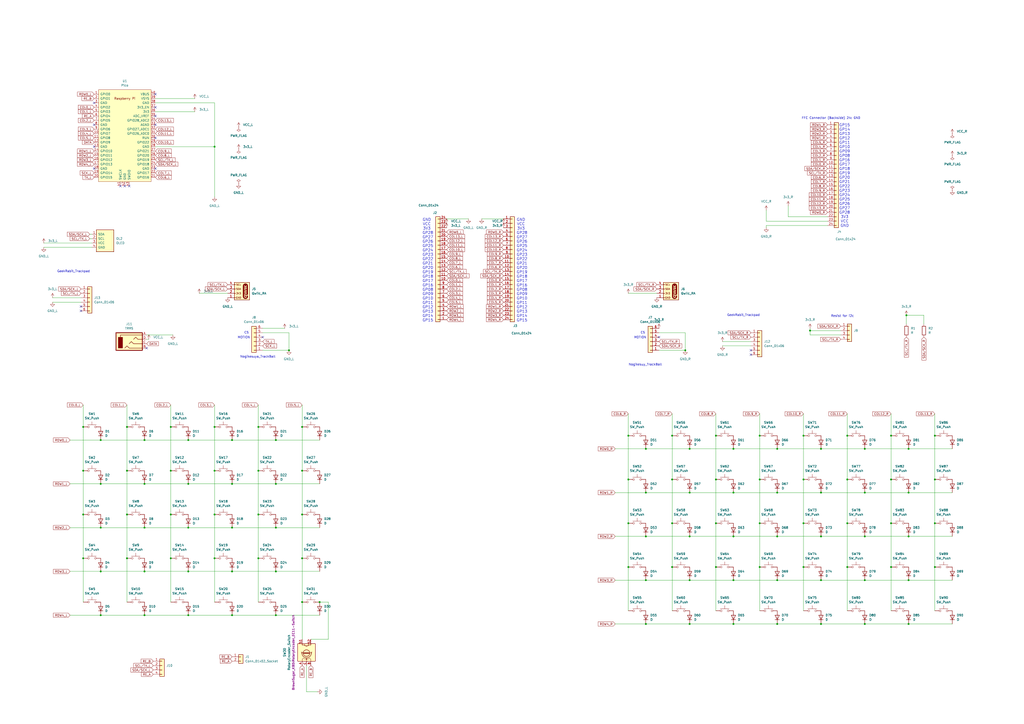
<source format=kicad_sch>
(kicad_sch (version 20250114) (generator "eeschema") (generator_version "9.0")
  (paper "A2")
  (text "CS" (at 143.002 193.04 0) (effects (font (size 1.27 1.27))))
  (text "GND                                                                                 \nVCC                                                                                 \n3V3                                                                                 \nGP28                                                                                \nGP27                                                                                \nGP26                                                                                \nGP25                                                                                \nGP24                                                                                \nGP23                                                                                \nGP22                                                                                \nGP21                                                                                \nGP20                                                                                \nGP19                                                                                \nGP18                                                                                \nGP17                                                                                \nGP16                                                                                \nGP08                                                                                \nGP09                                                                                \nGP10                                                                                \nGP11                                                                                \nGP12                                                                                \nGP13                                                                                \nGP14                                                                                \nGP15                                                                                \n" (at 350.774 156.718 0) (effects (font (size 1.5748 1.5748))))
  (text "Nogikesuy_TrackBall" (at 374.396 211.582 0) (effects (font (size 1.27 1.27))))
  (text "GeekRabit_Trackpad" (at 431.292 182.88 0) (effects (font (size 1.27 1.27))))
  (text "GND                                                                                 \nVCC                                                                                 \n3V3                                                                                 \nGP28                                                                                \nGP27                                                                                \nGP26                                                                                \nGP25                                                                                \nGP24                                                                                \nGP23                                                                                \nGP22                                                                                \nGP21                                                                                \nGP20                                                                                \nGP19                                                                                \nGP18                                                                                \nGP17                                                                                \nGP16                                                                                \nGP08                                                                                \nGP09                                                                                \nGP10                                                                                \nGP11                                                                                \nGP12                                                                                \nGP13                                                                                \nGP14                                                                                \nGP15                                                                                \n" (at 296.164 156.718 0) (effects (font (size 1.5748 1.5748))))
  (text "GeekRabit_Trackpad" (at 42.672 157.48 0) (effects (font (size 1.27 1.27))))
  (text "MOTION" (at 371.348 195.834 0) (effects (font (size 1.27 1.27))))
  (text "Resist for i2c" (at 488.696 183.388 0) (effects (font (size 1.27 1.27))))
  (text "FFC Connector (Backside) 24: GND" (at 482.092 68.58 0) (effects (font (size 1.27 1.27))))
  (text "CS" (at 372.872 193.04 0) (effects (font (size 1.27 1.27))))
  (text "GP15\nGP14\nGP13\nGP12\nGP11\nGP10\nGP09\nGP08\nGP16\nGP17\nGP18\nGP19\nGP20\nGP21\nGP22\nGP23\nGP24\nGP25\nGP26\nGP27\nGP28\n3V3\nVCC\nGND\n" (at 489.966 101.854 0) (effects (font (size 1.5748 1.5748))))
  (text "Nogikesuya_TrackBall" (at 149.606 207.01 0) (effects (font (size 1.27 1.27))))
  (text "MOTION" (at 141.478 195.834 0) (effects (font (size 1.27 1.27))))
  (junction (at 501.65 361.95))
  (junction (at 450.85 361.95))
  (junction (at 48.26 273.05))
  (junction (at 527.05 260.35))
  (junction (at 374.65 361.95))
  (junction (at 124.46 273.05))
  (junction (at 501.65 336.55))
  (junction (at 175.26 273.05))
  (junction (at 99.06 298.45))
  (junction (at 450.85 260.35))
  (junction (at 425.45 361.95))
  (junction (at 73.66 273.05))
  (junction (at 542.29 303.53))
  (junction (at 374.65 260.35))
  (junction (at 160.02 280.67))
  (junction (at 160.02 306.07))
  (junction (at 160.02 255.27))
  (junction (at 516.89 278.13))
  (junction (at 149.86 298.45))
  (junction (at 491.49 328.93))
  (junction (at 501.65 260.35))
  (junction (at 124.46 298.45))
  (junction (at 48.26 323.85))
  (junction (at 175.26 298.45))
  (junction (at 516.89 252.73))
  (junction (at 364.49 278.13))
  (junction (at 364.49 303.53))
  (junction (at 450.85 336.55))
  (junction (at 491.49 303.53))
  (junction (at 134.62 356.87))
  (junction (at 99.06 273.05))
  (junction (at 389.89 328.93))
  (junction (at 83.82 331.47))
  (junction (at 48.26 298.45))
  (junction (at 48.26 247.65))
  (junction (at 374.65 285.75))
  (junction (at 109.22 356.87))
  (junction (at 109.22 331.47))
  (junction (at 124.46 247.65))
  (junction (at 99.06 323.85))
  (junction (at 469.9 191.77))
  (junction (at 58.42 280.67))
  (junction (at 501.65 311.15))
  (junction (at 73.66 298.45))
  (junction (at 374.65 311.15))
  (junction (at 501.65 285.75))
  (junction (at 109.22 280.67))
  (junction (at 491.49 252.73))
  (junction (at 466.09 252.73))
  (junction (at 149.86 273.05))
  (junction (at 425.45 336.55))
  (junction (at 134.62 306.07))
  (junction (at 175.26 247.65))
  (junction (at 58.42 331.47))
  (junction (at 134.62 255.27))
  (junction (at 525.78 182.88))
  (junction (at 466.09 328.93))
  (junction (at 167.64 203.2))
  (junction (at 476.25 260.35))
  (junction (at 527.05 336.55))
  (junction (at 527.05 311.15))
  (junction (at 109.22 306.07))
  (junction (at 400.05 285.75))
  (junction (at 149.86 323.85))
  (junction (at 364.49 252.73))
  (junction (at 415.29 328.93))
  (junction (at 400.05 311.15))
  (junction (at 160.02 331.47))
  (junction (at 124.46 323.85))
  (junction (at 516.89 303.53))
  (junction (at 374.65 336.55))
  (junction (at 83.82 280.67))
  (junction (at 415.29 252.73))
  (junction (at 425.45 285.75))
  (junction (at 185.42 349.25))
  (junction (at 476.25 361.95))
  (junction (at 516.89 328.93))
  (junction (at 527.05 285.75))
  (junction (at 542.29 328.93))
  (junction (at 160.02 356.87))
  (junction (at 542.29 278.13))
  (junction (at 542.29 252.73))
  (junction (at 364.49 328.93))
  (junction (at 83.82 306.07))
  (junction (at 99.06 247.65))
  (junction (at 425.45 311.15))
  (junction (at 73.66 247.65))
  (junction (at 83.82 255.27))
  (junction (at 466.09 278.13))
  (junction (at 58.42 356.87))
  (junction (at 425.45 260.35))
  (junction (at 440.69 252.73))
  (junction (at 527.05 361.95))
  (junction (at 175.26 323.85))
  (junction (at 440.69 278.13))
  (junction (at 134.62 331.47))
  (junction (at 440.69 303.53))
  (junction (at 73.66 323.85))
  (junction (at 476.25 336.55))
  (junction (at 58.42 255.27))
  (junction (at 400.05 336.55))
  (junction (at 466.09 303.53))
  (junction (at 415.29 278.13))
  (junction (at 389.89 252.73))
  (junction (at 397.51 203.2))
  (junction (at 134.62 280.67))
  (junction (at 415.29 303.53))
  (junction (at 450.85 311.15))
  (junction (at 58.42 306.07))
  (junction (at 476.25 285.75))
  (junction (at 389.89 278.13))
  (junction (at 83.82 356.87))
  (junction (at 400.05 361.95))
  (junction (at 440.69 328.93))
  (junction (at 476.25 311.15))
  (junction (at 124.46 85.09))
  (junction (at 400.05 260.35))
  (junction (at 450.85 285.75))
  (junction (at 491.49 278.13))
  (junction (at 149.86 247.65))
  (junction (at 389.89 303.53))
  (junction (at 109.22 255.27))
  (junction (at 175.26 349.25))
  (no_connect (at 46.99 180.34))
  (no_connect (at 46.99 177.8))
  (no_connect (at 72.39 107.95))
  (no_connect (at 90.17 67.31))
  (no_connect (at 435.61 205.74))
  (no_connect (at 90.17 80.01))
  (no_connect (at 90.17 97.79))
  (no_connect (at 54.61 97.79))
  (no_connect (at 90.17 54.61))
  (no_connect (at 90.17 72.39))
  (no_connect (at 152.4 195.58))
  (no_connect (at 74.93 107.95))
  (no_connect (at 382.27 195.58))
  (no_connect (at 54.61 72.39))
  (no_connect (at 54.61 59.69))
  (no_connect (at 69.85 107.95))
  (no_connect (at 54.61 85.09))
  (no_connect (at 90.17 62.23))
  (no_connect (at 435.61 203.2))
  (no_connect (at 85.09 201.93))
  (wire (pts (xy 52.07 138.43) (xy 53.34 138.43)))
  (wire (pts (xy 400.05 336.55) (xy 425.45 336.55)))
  (wire (pts (xy 516.89 328.93) (xy 516.89 354.33)))
  (wire (pts (xy 124.46 85.09) (xy 124.46 59.69)))
  (wire (pts (xy 469.9 191.77) (xy 487.68 191.77)))
  (wire (pts (xy 425.45 285.75) (xy 450.85 285.75)))
  (wire (pts (xy 466.09 252.73) (xy 466.09 278.13)))
  (wire (pts (xy 134.62 356.87) (xy 160.02 356.87)))
  (wire (pts (xy 501.65 260.35) (xy 527.05 260.35)))
  (wire (pts (xy 487.68 194.31) (xy 469.9 194.31)))
  (wire (pts (xy 480.06 125.73) (xy 457.2 125.73)))
  (wire (pts (xy 364.49 278.13) (xy 364.49 303.53)))
  (wire (pts (xy 83.82 280.67) (xy 109.22 280.67)))
  (wire (pts (xy 374.65 361.95) (xy 400.05 361.95)))
  (wire (pts (xy 542.29 252.73) (xy 542.29 278.13)))
  (wire (pts (xy 167.64 193.04) (xy 167.64 203.2)))
  (wire (pts (xy 134.62 331.47) (xy 160.02 331.47)))
  (wire (pts (xy 175.26 234.95) (xy 175.26 247.65)))
  (wire (pts (xy 48.26 298.45) (xy 48.26 323.85)))
  (wire (pts (xy 527.05 311.15) (xy 552.45 311.15)))
  (wire (pts (xy 450.85 260.35) (xy 476.25 260.35)))
  (wire (pts (xy 450.85 361.95) (xy 476.25 361.95)))
  (wire (pts (xy 180.34 370.84) (xy 190.5 370.84)))
  (wire (pts (xy 356.87 361.95) (xy 374.65 361.95)))
  (wire (pts (xy 83.82 255.27) (xy 109.22 255.27)))
  (wire (pts (xy 440.69 303.53) (xy 440.69 328.93)))
  (wire (pts (xy 175.26 298.45) (xy 175.26 323.85)))
  (wire (pts (xy 501.65 336.55) (xy 527.05 336.55)))
  (wire (pts (xy 450.85 285.75) (xy 476.25 285.75)))
  (wire (pts (xy 73.66 234.95) (xy 73.66 247.65)))
  (wire (pts (xy 444.5 121.92) (xy 444.5 128.27)))
  (wire (pts (xy 134.62 280.67) (xy 160.02 280.67)))
  (wire (pts (xy 476.25 361.95) (xy 501.65 361.95)))
  (wire (pts (xy 177.8 386.08) (xy 177.8 401.32)))
  (wire (pts (xy 99.06 298.45) (xy 99.06 323.85)))
  (wire (pts (xy 58.42 331.47) (xy 83.82 331.47)))
  (wire (pts (xy 476.25 311.15) (xy 501.65 311.15)))
  (wire (pts (xy 527.05 336.55) (xy 552.45 336.55)))
  (wire (pts (xy 149.86 298.45) (xy 149.86 323.85)))
  (wire (pts (xy 99.06 323.85) (xy 99.06 349.25)))
  (wire (pts (xy 450.85 336.55) (xy 476.25 336.55)))
  (wire (pts (xy 356.87 336.55) (xy 374.65 336.55)))
  (wire (pts (xy 516.89 303.53) (xy 516.89 328.93)))
  (wire (pts (xy 124.46 273.05) (xy 124.46 298.45)))
  (wire (pts (xy 99.06 234.95) (xy 99.06 247.65)))
  (wire (pts (xy 90.17 85.09) (xy 124.46 85.09)))
  (wire (pts (xy 516.89 278.13) (xy 516.89 303.53)))
  (wire (pts (xy 440.69 240.03) (xy 440.69 252.73)))
  (wire (pts (xy 466.09 240.03) (xy 466.09 252.73)))
  (wire (pts (xy 440.69 328.93) (xy 440.69 354.33)))
  (wire (pts (xy 444.5 130.81) (xy 480.06 130.81)))
  (wire (pts (xy 389.89 278.13) (xy 389.89 303.53)))
  (wire (pts (xy 73.66 273.05) (xy 73.66 298.45)))
  (wire (pts (xy 99.06 273.05) (xy 99.06 298.45)))
  (wire (pts (xy 134.62 306.07) (xy 160.02 306.07)))
  (wire (pts (xy 535.94 182.88) (xy 525.78 182.88)))
  (wire (pts (xy 364.49 170.18) (xy 381 170.18)))
  (wire (pts (xy 527.05 361.95) (xy 552.45 361.95)))
  (wire (pts (xy 48.26 234.95) (xy 48.26 247.65)))
  (wire (pts (xy 476.25 260.35) (xy 501.65 260.35)))
  (wire (pts (xy 491.49 240.03) (xy 491.49 252.73)))
  (wire (pts (xy 160.02 356.87) (xy 185.42 356.87)))
  (wire (pts (xy 30.48 172.72) (xy 46.99 172.72)))
  (wire (pts (xy 491.49 252.73) (xy 491.49 278.13)))
  (wire (pts (xy 527.05 260.35) (xy 552.45 260.35)))
  (wire (pts (xy 535.94 187.96) (xy 535.94 182.88)))
  (wire (pts (xy 476.25 285.75) (xy 501.65 285.75)))
  (wire (pts (xy 25.4 143.51) (xy 53.34 143.51)))
  (wire (pts (xy 52.07 135.89) (xy 53.34 135.89)))
  (wire (pts (xy 527.05 285.75) (xy 552.45 285.75)))
  (wire (pts (xy 419.1 200.66) (xy 435.61 200.66)))
  (wire (pts (xy 149.86 323.85) (xy 149.86 349.25)))
  (wire (pts (xy 109.22 331.47) (xy 134.62 331.47)))
  (wire (pts (xy 415.29 278.13) (xy 415.29 303.53)))
  (wire (pts (xy 356.87 311.15) (xy 374.65 311.15)))
  (wire (pts (xy 400.05 285.75) (xy 425.45 285.75)))
  (wire (pts (xy 48.26 273.05) (xy 48.26 298.45)))
  (wire (pts (xy 175.26 273.05) (xy 175.26 298.45)))
  (wire (pts (xy 469.9 190.5) (xy 469.9 191.77)))
  (wire (pts (xy 124.46 234.95) (xy 124.46 247.65)))
  (wire (pts (xy 190.5 349.25) (xy 185.42 349.25)))
  (wire (pts (xy 279.4 127) (xy 292.1 127)))
  (wire (pts (xy 175.26 349.25) (xy 175.26 370.84)))
  (wire (pts (xy 177.8 401.32) (xy 184.15 401.32)))
  (wire (pts (xy 466.09 328.93) (xy 466.09 354.33)))
  (wire (pts (xy 374.65 285.75) (xy 400.05 285.75)))
  (wire (pts (xy 491.49 303.53) (xy 491.49 328.93)))
  (wire (pts (xy 415.29 240.03) (xy 415.29 252.73)))
  (wire (pts (xy 40.64 255.27) (xy 58.42 255.27)))
  (wire (pts (xy 109.22 356.87) (xy 134.62 356.87)))
  (wire (pts (xy 48.26 247.65) (xy 48.26 273.05)))
  (wire (pts (xy 175.26 323.85) (xy 175.26 349.25)))
  (wire (pts (xy 415.29 303.53) (xy 415.29 328.93)))
  (wire (pts (xy 160.02 255.27) (xy 185.42 255.27)))
  (wire (pts (xy 516.89 252.73) (xy 516.89 278.13)))
  (wire (pts (xy 501.65 285.75) (xy 527.05 285.75)))
  (wire (pts (xy 397.51 203.2) (xy 382.27 203.2)))
  (wire (pts (xy 542.29 278.13) (xy 542.29 303.53)))
  (wire (pts (xy 425.45 311.15) (xy 450.85 311.15)))
  (wire (pts (xy 115.57 170.18) (xy 132.08 170.18)))
  (wire (pts (xy 83.82 306.07) (xy 109.22 306.07)))
  (wire (pts (xy 389.89 252.73) (xy 389.89 278.13)))
  (wire (pts (xy 73.66 323.85) (xy 73.66 349.25)))
  (wire (pts (xy 400.05 361.95) (xy 425.45 361.95)))
  (wire (pts (xy 444.5 132.08) (xy 444.5 130.81)))
  (wire (pts (xy 152.4 193.04) (xy 167.64 193.04)))
  (wire (pts (xy 400.05 260.35) (xy 425.45 260.35)))
  (wire (pts (xy 491.49 278.13) (xy 491.49 303.53)))
  (wire (pts (xy 425.45 260.35) (xy 450.85 260.35)))
  (wire (pts (xy 58.42 356.87) (xy 83.82 356.87)))
  (wire (pts (xy 149.86 273.05) (xy 149.86 298.45)))
  (wire (pts (xy 124.46 298.45) (xy 124.46 323.85)))
  (wire (pts (xy 425.45 361.95) (xy 450.85 361.95)))
  (wire (pts (xy 190.5 370.84) (xy 190.5 349.25)))
  (wire (pts (xy 356.87 285.75) (xy 374.65 285.75)))
  (wire (pts (xy 440.69 278.13) (xy 440.69 303.53)))
  (wire (pts (xy 542.29 303.53) (xy 542.29 328.93)))
  (wire (pts (xy 175.26 247.65) (xy 175.26 273.05)))
  (wire (pts (xy 100.33 194.31) (xy 85.09 194.31)))
  (wire (pts (xy 466.09 303.53) (xy 466.09 328.93)))
  (wire (pts (xy 271.78 127) (xy 259.08 127)))
  (wire (pts (xy 109.22 306.07) (xy 134.62 306.07)))
  (wire (pts (xy 400.05 311.15) (xy 425.45 311.15)))
  (wire (pts (xy 444.5 128.27) (xy 480.06 128.27)))
  (wire (pts (xy 542.29 328.93) (xy 542.29 354.33)))
  (wire (pts (xy 374.65 311.15) (xy 400.05 311.15)))
  (wire (pts (xy 58.42 280.67) (xy 83.82 280.67)))
  (wire (pts (xy 440.69 252.73) (xy 440.69 278.13)))
  (wire (pts (xy 86.36 196.85) (xy 85.09 196.85)))
  (wire (pts (xy 167.64 203.2) (xy 152.4 203.2)))
  (wire (pts (xy 469.9 194.31) (xy 469.9 191.77)))
  (wire (pts (xy 542.29 240.03) (xy 542.29 252.73)))
  (wire (pts (xy 124.46 85.09) (xy 124.46 114.3)))
  (wire (pts (xy 124.46 59.69) (xy 90.17 59.69)))
  (wire (pts (xy 525.78 182.88) (xy 525.78 187.96)))
  (wire (pts (xy 389.89 303.53) (xy 389.89 328.93)))
  (wire (pts (xy 25.4 140.97) (xy 53.34 140.97)))
  (wire (pts (xy 99.06 247.65) (xy 99.06 273.05)))
  (wire (pts (xy 58.42 306.07) (xy 83.82 306.07)))
  (wire (pts (xy 450.85 311.15) (xy 476.25 311.15)))
  (wire (pts (xy 419.1 198.12) (xy 435.61 198.12)))
  (wire (pts (xy 40.64 331.47) (xy 58.42 331.47)))
  (wire (pts (xy 83.82 331.47) (xy 109.22 331.47)))
  (wire (pts (xy 160.02 306.07) (xy 185.42 306.07)))
  (wire (pts (xy 364.49 328.93) (xy 364.49 354.33)))
  (wire (pts (xy 40.64 280.67) (xy 58.42 280.67)))
  (wire (pts (xy 40.64 356.87) (xy 58.42 356.87)))
  (wire (pts (xy 30.48 175.26) (xy 46.99 175.26)))
  (wire (pts (xy 425.45 336.55) (xy 450.85 336.55)))
  (wire (pts (xy 356.87 260.35) (xy 374.65 260.35)))
  (wire (pts (xy 415.29 328.93) (xy 415.29 354.33)))
  (wire (pts (xy 40.64 306.07) (xy 58.42 306.07)))
  (wire (pts (xy 397.51 193.04) (xy 397.51 203.2)))
  (wire (pts (xy 501.65 361.95) (xy 527.05 361.95)))
  (wire (pts (xy 58.42 255.27) (xy 83.82 255.27)))
  (wire (pts (xy 160.02 280.67) (xy 185.42 280.67)))
  (wire (pts (xy 90.17 57.15) (xy 113.03 57.15)))
  (wire (pts (xy 124.46 247.65) (xy 124.46 273.05)))
  (wire (pts (xy 516.89 240.03) (xy 516.89 252.73)))
  (wire (pts (xy 382.27 193.04) (xy 397.51 193.04)))
  (wire (pts (xy 109.22 280.67) (xy 134.62 280.67)))
  (wire (pts (xy 149.86 247.65) (xy 149.86 273.05)))
  (wire (pts (xy 457.2 125.73) (xy 457.2 119.38)))
  (wire (pts (xy 90.17 64.77) (xy 113.03 64.77)))
  (wire (pts (xy 415.29 252.73) (xy 415.29 278.13)))
  (wire (pts (xy 124.46 323.85) (xy 124.46 349.25)))
  (wire (pts (xy 48.26 323.85) (xy 48.26 349.25)))
  (wire (pts (xy 83.82 356.87) (xy 109.22 356.87)))
  (wire (pts (xy 374.65 336.55) (xy 400.05 336.55)))
  (wire (pts (xy 476.25 336.55) (xy 501.65 336.55)))
  (wire (pts (xy 152.4 190.5) (xy 165.1 190.5)))
  (wire (pts (xy 160.02 331.47) (xy 185.42 331.47)))
  (wire (pts (xy 149.86 234.95) (xy 149.86 247.65)))
  (wire (pts (xy 501.65 311.15) (xy 527.05 311.15)))
  (wire (pts (xy 73.66 247.65) (xy 73.66 273.05)))
  (wire (pts (xy 109.22 255.27) (xy 134.62 255.27)))
  (wire (pts (xy 389.89 240.03) (xy 389.89 252.73)))
  (wire (pts (xy 491.49 328.93) (xy 491.49 354.33)))
  (wire (pts (xy 364.49 240.03) (xy 364.49 252.73)))
  (wire (pts (xy 466.09 278.13) (xy 466.09 303.53)))
  (wire (pts (xy 389.89 328.93) (xy 389.89 354.33)))
  (wire (pts (xy 364.49 303.53) (xy 364.49 328.93)))
  (wire (pts (xy 364.49 252.73) (xy 364.49 278.13)))
  (wire (pts (xy 134.62 255.27) (xy 160.02 255.27)))
  (wire (pts (xy 73.66 298.45) (xy 73.66 323.85)))
  (wire (pts (xy 374.65 260.35) (xy 400.05 260.35)))
  (global_label "COL6_L" (shape input) (at 259.08 154.94 0) (property "Intersheetrefs" "${INTERSHEET_REFS}" (effects (hide yes))))
  (global_label "ROW1_R" (shape input) (at 356.87 285.75 180) (property "Intersheetrefs" "${INTERSHEET_REFS}" (effects (hide yes))))
  (global_label "COL2_L" (shape input) (at 99.06 234.95 180) (property "Intersheetrefs" "${INTERSHEET_REFS}" (effects (hide yes))))
  (global_label "COL4_R" (shape input) (at 480.06 85.09 180) (property "Intersheetrefs" "${INTERSHEET_REFS}" (effects (hide yes))))
  (global_label "COL9_L" (shape input) (at 90.17 87.63 0) (property "Intersheetrefs" "${INTERSHEET_REFS}" (effects (hide yes))))
  (global_label "SCL{slash}TX_L" (shape input) (at 132.08 165.1 180) (property "Intersheetrefs" "${INTERSHEET_REFS}" (effects (hide yes))))
  (global_label "COL0_R" (shape input) (at 480.06 95.25 180) (property "Intersheetrefs" "${INTERSHEET_REFS}" (effects (hide yes))))
  (global_label "ROW2_R" (shape input) (at 480.06 77.47 180) (property "Intersheetrefs" "${INTERSHEET_REFS}" (effects (hide yes))))
  (global_label "COL10_R" (shape input) (at 292.1 144.78 180) (property "Intersheetrefs" "${INTERSHEET_REFS}" (effects (hide yes))))
  (global_label "COL8_R" (shape input) (at 415.29 240.03 180) (property "Intersheetrefs" "${INTERSHEET_REFS}" (effects (hide yes))))
  (global_label "COL3_R" (shape input) (at 480.06 87.63 180) (property "Intersheetrefs" "${INTERSHEET_REFS}" (effects (hide yes))))
  (global_label "COL7_R" (shape input) (at 292.1 152.4 180) (property "Intersheetrefs" "${INTERSHEET_REFS}" (effects (hide yes))))
  (global_label "ROW4_L" (shape input) (at 54.61 95.25 180) (property "Intersheetrefs" "${INTERSHEET_REFS}" (effects (hide yes))))
  (global_label "SCK_L" (shape input) (at 54.61 100.33 180) (property "Intersheetrefs" "${INTERSHEET_REFS}" (effects (hide yes))))
  (global_label "COL3_L" (shape input) (at 54.61 74.93 180) (property "Intersheetrefs" "${INTERSHEET_REFS}" (effects (hide yes))))
  (global_label "ROW4_R" (shape input) (at 480.06 72.39 180) (property "Intersheetrefs" "${INTERSHEET_REFS}" (effects (hide yes))))
  (global_label "RE_A" (shape input) (at 134.62 383.54 180) (property "Intersheetrefs" "${INTERSHEET_REFS}" (effects (hide yes))))
  (global_label "COL5_L" (shape input) (at 54.61 80.01 180) (property "Intersheetrefs" "${INTERSHEET_REFS}" (effects (hide yes))))
  (global_label "COL6_R" (shape input) (at 364.49 240.03 180) (property "Intersheetrefs" "${INTERSHEET_REFS}" (effects (hide yes))))
  (global_label "ROW2_R" (shape input) (at 292.1 180.34 180) (property "Intersheetrefs" "${INTERSHEET_REFS}" (effects (hide yes))))
  (global_label "SDA{slash}SCK_L" (shape input) (at 132.08 167.64 180) (property "Intersheetrefs" "${INTERSHEET_REFS}" (effects (hide yes))))
  (global_label "SCL{slash}TX_R" (shape input) (at 525.78 195.58 270) (property "Intersheetrefs" "${INTERSHEET_REFS}" (effects (hide yes))))
  (global_label "COL12_L" (shape input) (at 259.08 139.7 0) (property "Intersheetrefs" "${INTERSHEET_REFS}" (effects (hide yes))))
  (global_label "COL10_L" (shape input) (at 259.08 144.78 0) (property "Intersheetrefs" "${INTERSHEET_REFS}" (effects (hide yes))))
  (global_label "ROW1_L" (shape input) (at 54.61 87.63 180) (property "Intersheetrefs" "${INTERSHEET_REFS}" (effects (hide yes))))
  (global_label "RE_A" (shape input) (at 175.26 386.08 270) (property "Intersheetrefs" "${INTERSHEET_REFS}" (effects (hide yes))))
  (global_label "COL7_L" (shape input) (at 259.08 152.4 0) (property "Intersheetrefs" "${INTERSHEET_REFS}" (effects (hide yes))))
  (global_label "COL1_L" (shape input) (at 73.66 234.95 180) (property "Intersheetrefs" "${INTERSHEET_REFS}" (effects (hide yes))))
  (global_label "SDA{slash}SCK_R" (shape input) (at 382.27 200.66 0) (property "Intersheetrefs" "${INTERSHEET_REFS}" (effects (hide yes))))
  (global_label "COL4_R" (shape input) (at 292.1 172.72 180) (property "Intersheetrefs" "${INTERSHEET_REFS}" (effects (hide yes))))
  (global_label "COL5_R" (shape input) (at 292.1 175.26 180) (property "Intersheetrefs" "${INTERSHEET_REFS}" (effects (hide yes))))
  (global_label "COL3_L" (shape input) (at 124.46 234.95 180) (property "Intersheetrefs" "${INTERSHEET_REFS}" (effects (hide yes))))
  (global_label "DATA" (shape input) (at 85.09 199.39 0) (property "Intersheetrefs" "${INTERSHEET_REFS}" (effects (hide yes))))
  (global_label "COL1_R" (shape input) (at 480.06 92.71 180) (property "Intersheetrefs" "${INTERSHEET_REFS}" (effects (hide yes))))
  (global_label "SCL{slash}TX_L" (shape input) (at 52.07 138.43 180) (property "Intersheetrefs" "${INTERSHEET_REFS}" (effects (hide yes))))
  (global_label "ROW2_L" (shape input) (at 54.61 90.17 180) (property "Intersheetrefs" "${INTERSHEET_REFS}" (effects (hide yes))))
  (global_label "SDA{slash}SCK_R" (shape input) (at 292.1 160.02 180) (property "Intersheetrefs" "${INTERSHEET_REFS}" (effects (hide yes))))
  (global_label "COL5_R" (shape input) (at 480.06 82.55 180) (property "Intersheetrefs" "${INTERSHEET_REFS}" (effects (hide yes))))
  (global_label "SDA{slash}SCK_R" (shape input) (at 435.61 193.04 180) (property "Intersheetrefs" "${INTERSHEET_REFS}" (effects (hide yes))))
  (global_label "COL3_R" (shape input) (at 292.1 170.18 180) (property "Intersheetrefs" "${INTERSHEET_REFS}" (effects (hide yes))))
  (global_label "ROW4_R" (shape input) (at 292.1 185.42 180) (property "Intersheetrefs" "${INTERSHEET_REFS}" (effects (hide yes))))
  (global_label "RE_B" (shape input) (at 180.34 386.08 270) (property "Intersheetrefs" "${INTERSHEET_REFS}" (effects (hide yes))))
  (global_label "SDA{slash}SCK_R" (shape input) (at 487.68 189.23 180) (property "Intersheetrefs" "${INTERSHEET_REFS}" (effects (hide yes))))
  (global_label "COL7_R" (shape input) (at 389.89 240.03 180) (property "Intersheetrefs" "${INTERSHEET_REFS}" (effects (hide yes))))
  (global_label "ROW1_L" (shape input) (at 259.08 177.8 0) (property "Intersheetrefs" "${INTERSHEET_REFS}" (effects (hide yes))))
  (global_label "SCL{slash}TX_L" (shape input) (at 88.9 386.08 180) (property "Intersheetrefs" "${INTERSHEET_REFS}" (effects (hide yes))))
  (global_label "COL7_L" (shape input) (at 90.17 100.33 0) (property "Intersheetrefs" "${INTERSHEET_REFS}" (effects (hide yes))))
  (global_label "RE_B" (shape input) (at 54.61 57.15 180) (property "Intersheetrefs" "${INTERSHEET_REFS}" (effects (hide yes))))
  (global_label "COL2_L" (shape input) (at 54.61 69.85 180) (property "Intersheetrefs" "${INTERSHEET_REFS}" (effects (hide yes))))
  (global_label "SCL{slash}TX_R" (shape input) (at 382.27 198.12 0) (property "Intersheetrefs" "${INTERSHEET_REFS}" (effects (hide yes))))
  (global_label "COL0_L" (shape input) (at 54.61 62.23 180) (property "Intersheetrefs" "${INTERSHEET_REFS}" (effects (hide yes))))
  (global_label "COL5_L" (shape input) (at 175.26 234.95 180) (property "Intersheetrefs" "${INTERSHEET_REFS}" (effects (hide yes))))
  (global_label "COL12_L" (shape input) (at 90.17 74.93 0) (property "Intersheetrefs" "${INTERSHEET_REFS}" (effects (hide yes))))
  (global_label "SCL{slash}TX_R" (shape input) (at 480.06 100.33 180) (property "Intersheetrefs" "${INTERSHEET_REFS}" (effects (hide yes))))
  (global_label "COL1_L" (shape input) (at 259.08 165.1 0) (property "Intersheetrefs" "${INTERSHEET_REFS}" (effects (hide yes))))
  (global_label "SCL{slash}TX_R" (shape input) (at 381 165.1 180) (property "Intersheetrefs" "${INTERSHEET_REFS}" (effects (hide yes))))
  (global_label "TX_L" (shape input) (at 152.4 198.12 0) (property "Intersheetrefs" "${INTERSHEET_REFS}" (effects (hide yes))))
  (global_label "ROW0_R" (shape input) (at 292.1 134.62 180) (property "Intersheetrefs" "${INTERSHEET_REFS}" (effects (hide yes))))
  (global_label "ROW3_R" (shape input) (at 356.87 336.55 180) (property "Intersheetrefs" "${INTERSHEET_REFS}" (effects (hide yes))))
  (global_label "COL6_R" (shape input) (at 480.06 102.87 180) (property "Intersheetrefs" "${INTERSHEET_REFS}" (effects (hide yes))))
  (global_label "COL13_L" (shape input) (at 259.08 137.16 0) (property "Intersheetrefs" "${INTERSHEET_REFS}" (effects (hide yes))))
  (global_label "COL13_R" (shape input) (at 292.1 137.16 180) (property "Intersheetrefs" "${INTERSHEET_REFS}" (effects (hide yes))))
  (global_label "ROW0_L" (shape input) (at 259.08 134.62 0) (property "Intersheetrefs" "${INTERSHEET_REFS}" (effects (hide yes))))
  (global_label "ROW3_L" (shape input) (at 259.08 182.88 0) (property "Intersheetrefs" "${INTERSHEET_REFS}" (effects (hide yes))))
  (global_label "COL2_R" (shape input) (at 292.1 167.64 180) (property "Intersheetrefs" "${INTERSHEET_REFS}" (effects (hide yes))))
  (global_label "ROW3_L" (shape input) (at 40.64 331.47 180) (property "Intersheetrefs" "${INTERSHEET_REFS}" (effects (hide yes))))
  (global_label "SDA{slash}SCK_L" (shape input) (at 52.07 135.89 180) (property "Intersheetrefs" "${INTERSHEET_REFS}" (effects (hide yes))))
  (global_label "COL1_L" (shape input) (at 54.61 64.77 180) (property "Intersheetrefs" "${INTERSHEET_REFS}" (effects (hide yes))))
  (global_label "COL11_R" (shape input) (at 491.49 240.03 180) (property "Intersheetrefs" "${INTERSHEET_REFS}" (effects (hide yes))))
  (global_label "SDA{slash}SCK_L" (shape input) (at 90.17 95.25 0) (property "Intersheetrefs" "${INTERSHEET_REFS}" (effects (hide yes))))
  (global_label "COL12_R" (shape input) (at 480.06 118.11 180) (property "Intersheetrefs" "${INTERSHEET_REFS}" (effects (hide yes))))
  (global_label "COL12_R" (shape input) (at 516.89 240.03 180) (property "Intersheetrefs" "${INTERSHEET_REFS}" (effects (hide yes))))
  (global_label "ROW2_L" (shape input) (at 40.64 306.07 180) (property "Intersheetrefs" "${INTERSHEET_REFS}" (effects (hide yes))))
  (global_label "SDA{slash}SCK_R" (shape input) (at 381 167.64 180) (property "Intersheetrefs" "${INTERSHEET_REFS}" (effects (hide yes))))
  (global_label "COL13_L" (shape input) (at 90.17 69.85 0) (property "Intersheetrefs" "${INTERSHEET_REFS}" (effects (hide yes))))
  (global_label "COL9_R" (shape input) (at 480.06 110.49 180) (property "Intersheetrefs" "${INTERSHEET_REFS}" (effects (hide yes))))
  (global_label "ROW4_R" (shape input) (at 356.87 361.95 180) (property "Intersheetrefs" "${INTERSHEET_REFS}" (effects (hide yes))))
  (global_label "SDA{slash}SCK_L" (shape input) (at 259.08 160.02 0) (property "Intersheetrefs" "${INTERSHEET_REFS}" (effects (hide yes))))
  (global_label "SDA{slash}SCK_R" (shape input) (at 535.94 195.58 270) (property "Intersheetrefs" "${INTERSHEET_REFS}" (effects (hide yes))))
  (global_label "COL11_L" (shape input) (at 259.08 142.24 0) (property "Intersheetrefs" "${INTERSHEET_REFS}" (effects (hide yes))))
  (global_label "COL11_L" (shape input) (at 90.17 77.47 0) (property "Intersheetrefs" "${INTERSHEET_REFS}" (effects (hide yes))))
  (global_label "ROW0_R" (shape input) (at 480.06 123.19 180) (property "Intersheetrefs" "${INTERSHEET_REFS}" (effects (hide yes))))
  (global_label "COL13_R" (shape input) (at 480.06 120.65 180) (property "Intersheetrefs" "${INTERSHEET_REFS}" (effects (hide yes))))
  (global_label "SDA{slash}SCK_L" (shape input) (at 46.99 167.64 180) (property "Intersheetrefs" "${INTERSHEET_REFS}" (effects (hide yes))))
  (global_label "ROW1_R" (shape input) (at 292.1 177.8 180) (property "Intersheetrefs" "${INTERSHEET_REFS}" (effects (hide yes))))
  (global_label "COL8_L" (shape input) (at 259.08 149.86 0) (property "Intersheetrefs" "${INTERSHEET_REFS}" (effects (hide yes))))
  (global_label "SCL{slash}TX_R" (shape input) (at 292.1 157.48 180) (property "Intersheetrefs" "${INTERSHEET_REFS}" (effects (hide yes))))
  (global_label "COL6_L" (shape input) (at 90.17 102.87 0) (property "Intersheetrefs" "${INTERSHEET_REFS}" (effects (hide yes))))
  (global_label "SCL{slash}TX_L" (shape input) (at 46.99 170.18 180) (property "Intersheetrefs" "${INTERSHEET_REFS}" (effects (hide yes))))
  (global_label "ROW1_R" (shape input) (at 480.06 80.01 180) (property "Intersheetrefs" "${INTERSHEET_REFS}" (effects (hide yes))))
  (global_label "ROW2_L" (shape input) (at 259.08 180.34 0) (property "Intersheetrefs" "${INTERSHEET_REFS}" (effects (hide yes))))
  (global_label "SDA{slash}SCK_L" (shape input) (at 88.9 388.62 180) (property "Intersheetrefs" "${INTERSHEET_REFS}" (effects (hide yes))))
  (global_label "ROW3_L" (shape input) (at 54.61 92.71 180) (property "Intersheetrefs" "${INTERSHEET_REFS}" (effects (hide yes))))
  (global_label "ROW4_L" (shape input) (at 259.08 185.42 0) (property "Intersheetrefs" "${INTERSHEET_REFS}" (effects (hide yes))))
  (global_label "ROW0_R" (shape input) (at 356.87 260.35 180) (property "Intersheetrefs" "${INTERSHEET_REFS}" (effects (hide yes))))
  (global_label "COL7_R" (shape input) (at 480.06 105.41 180) (property "Intersheetrefs" "${INTERSHEET_REFS}" (effects (hide yes))))
  (global_label "COL8_R" (shape input) (at 292.1 149.86 180) (property "Intersheetrefs" "${INTERSHEET_REFS}" (effects (hide yes))))
  (global_label "ROW0_L" (shape input) (at 40.64 255.27 180) (property "Intersheetrefs" "${INTERSHEET_REFS}" (effects (hide yes))))
  (global_label "COL2_R" (shape input) (at 480.06 90.17 180) (property "Intersheetrefs" "${INTERSHEET_REFS}" (effects (hide yes))))
  (global_label "SCL{slash}TX_L" (shape input) (at 90.17 92.71 0) (property "Intersheetrefs" "${INTERSHEET_REFS}" (effects (hide yes))))
  (global_label "TX_L" (shape input) (at 54.61 102.87 180) (property "Intersheetrefs" "${INTERSHEET_REFS}" (effects (hide yes))))
  (global_label "COL9_R" (shape input) (at 292.1 147.32 180) (property "Intersheetrefs" "${INTERSHEET_REFS}" (effects (hide yes))))
  (global_label "ROW2_R" (shape input) (at 356.87 311.15 180) (property "Intersheetrefs" "${INTERSHEET_REFS}" (effects (hide yes))))
  (global_label "RE_A" (shape input) (at 54.61 67.31 180) (property "Intersheetrefs" "${INTERSHEET_REFS}" (effects (hide yes))))
  (global_label "ROW3_R" (shape input) (at 480.06 74.93 180) (property "Intersheetrefs" "${INTERSHEET_REFS}" (effects (hide yes))))
  (global_label "COL6_R" (shape input) (at 292.1 154.94 180) (property "Intersheetrefs" "${INTERSHEET_REFS}" (effects (hide yes))))
  (global_label "COL0_L" (shape input) (at 48.26 234.95 180) (property "Intersheetrefs" "${INTERSHEET_REFS}" (effects (hide yes))))
  (global_label "SCK_L" (shape input) (at 152.4 200.66 0) (property "Intersheetrefs" "${INTERSHEET_REFS}" (effects (hide yes))))
  (global_label "DATA" (shape input) (at 54.61 82.55 180) (property "Intersheetrefs" "${INTERSHEET_REFS}" (effects (hide yes))))
  (global_label "RE_A" (shape input) (at 88.9 391.16 180) (property "Intersheetrefs" "${INTERSHEET_REFS}" (effects (hide yes))))
  (global_label "COL4_L" (shape input) (at 54.61 77.47 180) (property "Intersheetrefs" "${INTERSHEET_REFS}" (effects (hide yes))))
  (global_label "SCL{slash}TX_L" (shape input) (at 259.08 157.48 0) (property "Intersheetrefs" "${INTERSHEET_REFS}" (effects (hide yes))))
  (global_label "SCL{slash}TX_R" (shape input) (at 487.68 196.85 180) (property "Intersheetrefs" "${INTERSHEET_REFS}" (effects (hide yes))))
  (global_label "COL0_L" (shape input) (at 259.08 162.56 0) (property "Intersheetrefs" "${INTERSHEET_REFS}" (effects (hide yes))))
  (global_label "COL12_R" (shape input) (at 292.1 139.7 180) (property "Intersheetrefs" "${INTERSHEET_REFS}" (effects (hide yes))))
  (global_label "RE_B" (shape input) (at 134.62 381 180) (property "Intersheetrefs" "${INTERSHEET_REFS}" (effects (hide yes))))
  (global_label "COL5_L" (shape input) (at 259.08 175.26 0) (property "Intersheetrefs" "${INTERSHEET_REFS}" (effects (hide yes))))
  (global_label "COL8_L" (shape input) (at 90.17 90.17 0) (property "Intersheetrefs" "${INTERSHEET_REFS}" (effects (hide yes))))
  (global_label "COL9_R" (shape input) (at 440.69 240.03 180) (property "Intersheetrefs" "${INTERSHEET_REFS}" (effects (hide yes))))
  (global_label "ROW0_L" (shape input) (at 54.61 54.61 180) (property "Intersheetrefs" "${INTERSHEET_REFS}" (effects (hide yes))))
  (global_label "COL10_L" (shape input) (at 90.17 82.55 0) (property "Intersheetrefs" "${INTERSHEET_REFS}" (effects (hide yes))))
  (global_label "COL3_L" (shape input) (at 259.08 170.18 0) (property "Intersheetrefs" "${INTERSHEET_REFS}" (effects (hide yes))))
  (global_label "COL4_L" (shape input) (at 149.86 234.95 180) (property "Intersheetrefs" "${INTERSHEET_REFS}" (effects (hide yes))))
  (global_label "COL11_R" (shape input) (at 480.06 115.57 180) (property "Intersheetrefs" "${INTERSHEET_REFS}" (effects (hide yes))))
  (global_label "SCL{slash}TX_R" (shape input) (at 435.61 195.58 180) (property "Intersheetrefs" "${INTERSHEET_REFS}" (effects (hide yes))))
  (global_label "COL8_R" (shape input) (at 480.06 107.95 180) (property "Intersheetrefs" "${INTERSHEET_REFS}" (effects (hide yes))))
  (global_label "COL4_L" (shape input) (at 259.08 172.72 0) (property "Intersheetrefs" "${INTERSHEET_REFS}" (effects (hide yes))))
  (global_label "ROW3_R" (shape input) (at 292.1 182.88 180) (property "Intersheetrefs" "${INTERSHEET_REFS}" (effects (hide yes))))
  (global_label "COL10_R" (shape input) (at 466.09 240.03 180) (property "Intersheetrefs" "${INTERSHEET_REFS}" (effects (hide yes))))
  (global_label "COL0_R" (shape input) (at 292.1 162.56 180) (property "Intersheetrefs" "${INTERSHEET_REFS}" (effects (hide yes))))
  (global_label "ROW1_L" (shape input) (at 40.64 280.67 180) (property "Intersheetrefs" "${INTERSHEET_REFS}" (effects (hide yes))))
  (global_label "RE_B" (shape input) (at 88.9 383.54 180) (property "Intersheetrefs" "${INTERSHEET_REFS}" (effects (hide yes))))
  (global_label "COL9_L" (shape input) (at 259.08 147.32 0) (property "Intersheetrefs" "${INTERSHEET_REFS}" (effects (hide yes))))
  (global_label "ROW4_L" (shape input) (at 40.64 356.87 180) (property "Intersheetrefs" "${INTERSHEET_REFS}" (effects (hide yes))))
  (global_label "COL2_L" (shape input) (at 259.08 167.64 0) (property "Intersheetrefs" "${INTERSHEET_REFS}" (effects (hide yes))))
  (global_label "SDA{slash}SCK_R" (shape input) (at 480.06 97.79 180) (property "Intersheetrefs" "${INTERSHEET_REFS}" (effects (hide yes))))
  (global_label "COL11_R" (shape input) (at 292.1 142.24 180) (property "Intersheetrefs" "${INTERSHEET_REFS}" (effects (hide yes))))
  (global_label "COL13_R" (shape input) (at 542.29 240.03 180) (property "Intersheetrefs" "${INTERSHEET_REFS}" (effects (hide yes))))
  (global_label "COL10_R" (shape input) (at 480.06 113.03 180) (property "Intersheetrefs" "${INTERSHEET_REFS}" (effects (hide yes))))
  (global_label "COL1_R" (shape input) (at 292.1 165.1 180) (property "Intersheetrefs" "${INTERSHEET_REFS}" (effects (hide yes))))
  (symbol (lib_id "Switch:SW_Push") (at 471.17 278.13 0) (mirror y) (unit 1)
    (property "Reference" "SW72" (at 471.17 270.51 0))
    (property "Value" "SW_Push" (at 471.17 273.05 0))
    (property "Footprint" "Rikkodo_FootPrint:rkd_Asm_ChocV1V2_Hotswap_1u" (effects (hide yes)))
    (property "Description" "Push button switch, generic, two pins" (effects (hide yes)))
  )
  (symbol (lib_id "Switch:SW_Push") (at 471.17 328.93 0) (mirror y) (unit 1)
    (property "Reference" "SW74" (at 471.17 321.31 0))
    (property "Value" "SW_Push" (at 471.17 323.85 0))
    (property "Footprint" "Rikkodo_FootPrint:rkd_Asm_ChocV1V2_Hotswap_1u" (effects (hide yes)))
    (property "Description" "Push button switch, generic, two pins" (effects (hide yes)))
  )
  (symbol (lib_id "SparkFun-Connector:Qwiic_Right_Angle") (at 137.16 167.64 0) (unit 1)
    (property "Reference" "J5" (at 146.05 167.6399 0) (effects (justify left)))
    (property "Value" "Qwiic_RA" (at 146.05 170.1799 0) (effects (justify left)))
    (property "Footprint" "SparkFun-Connector:JST_SMD_1.0mm-4_Black" (effects (hide yes)))
    (property "Datasheet" "https://www.jst-mfg.com/product/pdf/eng/eSH.pdf" (effects (hide yes)))
    (property "Description" "4 pin JST 1mm polarized connector for I2C" (effects (hide yes)))
    (property "PROD_ID" "CONN-13694" (effects (hide yes)))
  )
  (symbol (lib_id "Switch:SW_Push") (at 369.57 328.93 0) (mirror y) (unit 1)
    (property "Reference" "SW54" (at 369.57 321.31 0))
    (property "Value" "SW_Push" (at 369.57 323.85 0))
    (property "Footprint" "Rikkodo_FootPrint:rkd_Asm_ChocV1V2_Hotswap_1u" (effects (hide yes)))
    (property "Description" "Push button switch, generic, two pins" (effects (hide yes)))
  )
  (symbol (lib_id "Device:D") (at 134.62 327.66 90) (unit 1)
    (property "Reference" "D19" (at 137.16 326.3899 90) (effects (justify right)))
    (property "Value" "D" (at 137.16 328.9299 90) (effects (justify right)))
    (property "Footprint" "kbd_Parts:Diode_SMD" (effects (hide yes)))
    (property "Description" "Diode" (effects (hide yes)))
    (property "Sim.Device" "D" (effects (hide yes)))
    (property "Sim.Pins" "1=K 2=A" (effects (hide yes)))
  )
  (symbol (lib_id "Connector_Generic:Conn_01x04") (at 492.76 191.77 0) (unit 1)
    (property "Reference" "J9" (at 495.3 191.7699 0) (effects (justify left)))
    (property "Value" "Conn_01x04" (effects (hide yes)))
    (property "Footprint" "Connector_PinSocket_2.54mm:PinSocket_1x04_P2.54mm_Horizontal" (effects (hide yes)))
    (property "Description" "Generic connector, single row, 01x04, script generated (kicad-library-utils/schlib/autogen/connector/)" (effects (hide yes)))
  )
  (symbol (lib_id "power:VCC") (at 113.03 57.15 0) (unit 1)
    (property "Reference" "#PWR012" (effects (hide yes)))
    (property "Value" "VCC_L" (at 115.57 55.8799 0) (effects (justify left)))
    (property "Description" "Power symbol creates a global label with name \"VCC\"" (effects (hide yes)))
  )
  (symbol (lib_id "Switch:SW_Push") (at 445.77 303.53 0) (mirror y) (unit 1)
    (property "Reference" "SW68" (at 445.77 295.91 0))
    (property "Value" "SW_Push" (at 445.77 298.45 0))
    (property "Footprint" "Rikkodo_FootPrint:rkd_Asm_ChocV1V2_Hotswap_1u" (effects (hide yes)))
    (property "Description" "Push button switch, generic, two pins" (effects (hide yes)))
  )
  (symbol (lib_id "Device:D") (at 425.45 307.34 90) (unit 1)
    (property "Reference" "D63" (at 427.99 306.0699 90) (effects (justify right)))
    (property "Value" "D" (at 427.99 308.6099 90) (effects (justify right)))
    (property "Footprint" "kbd_Parts:Diode_SMD" (effects (hide yes)))
    (property "Description" "Diode" (effects (hide yes)))
    (property "Sim.Device" "D" (effects (hide yes)))
    (property "Sim.Pins" "1=K 2=A" (effects (hide yes)))
  )
  (symbol (lib_id "Device:D") (at 58.42 302.26 90) (unit 1)
    (property "Reference" "D3" (at 60.96 300.9899 90) (effects (justify right)))
    (property "Value" "D" (at 60.96 303.5299 90) (effects (justify right)))
    (property "Footprint" "kbd_Parts:Diode_SMD" (effects (hide yes)))
    (property "Description" "Diode" (effects (hide yes)))
    (property "Sim.Device" "D" (effects (hide yes)))
    (property "Sim.Pins" "1=K 2=A" (effects (hide yes)))
  )
  (symbol (lib_id "Device:D") (at 134.62 276.86 90) (unit 1)
    (property "Reference" "D17" (at 137.16 275.5899 90) (effects (justify right)))
    (property "Value" "D" (at 137.16 278.1299 90) (effects (justify right)))
    (property "Footprint" "kbd_Parts:Diode_SMD" (effects (hide yes)))
    (property "Description" "Diode" (effects (hide yes)))
    (property "Sim.Device" "D" (effects (hide yes)))
    (property "Sim.Pins" "1=K 2=A" (effects (hide yes)))
  )
  (symbol (lib_id "Switch:SW_Push") (at 180.34 273.05 0) (mirror y) (unit 1)
    (property "Reference" "SW27" (at 180.34 265.43 0))
    (property "Value" "SW_Push" (at 180.34 267.97 0))
    (property "Footprint" "Rikkodo_FootPrint:rkd_Asm_ChocV1V2_Hotswap_1u" (effects (hide yes)))
    (property "Description" "Push button switch, generic, two pins" (effects (hide yes)))
  )
  (symbol (lib_id "power:VCC") (at 113.03 64.77 0) (unit 1)
    (property "Reference" "#PWR013" (effects (hide yes)))
    (property "Value" "3v3_L" (at 115.57 63.4999 0) (effects (justify left)))
    (property "Description" "Power symbol creates a global label with name \"VCC\"" (effects (hide yes)))
  )
  (symbol (lib_id "power:GND") (at 444.5 132.08 0) (unit 1)
    (property "Reference" "#PWR02" (effects (hide yes)))
    (property "Value" "GND_R" (at 444.5 137.16 0))
    (property "Description" "Power symbol creates a global label with name \"GND\" , ground" (effects (hide yes)))
  )
  (symbol (lib_id "Connector_Generic:Conn_01x06") (at 147.32 198.12 180) (unit 1)
    (property "Reference" "J8" (at 147.32 184.15 0))
    (property "Value" "Conn_01x06" (at 147.32 186.69 0))
    (property "Footprint" "Connector_FFC-FPC:Hirose_FH12-6S-0.5SH_1x06-1MP_P0.50mm_Horizontal" (effects (hide yes)))
    (property "Description" "Generic connector, single row, 01x06, script generated (kicad-library-utils/schlib/autogen/connector/)" (effects (hide yes)))
  )
  (symbol (lib_id "power:VCC") (at 30.48 172.72 0) (unit 1)
    (property "Reference" "#PWR036" (effects (hide yes)))
    (property "Value" "3v3_L" (at 30.48 167.64 0))
    (property "Description" "Power symbol creates a global label with name \"VCC\"" (effects (hide yes)))
  )
  (symbol (lib_id "Switch:SW_Push") (at 53.34 349.25 0) (mirror y) (unit 1)
    (property "Reference" "SW5" (at 53.34 341.63 0))
    (property "Value" "SW_Push" (at 53.34 344.17 0))
    (property "Footprint" "Rikkodo_FootPrint:rkd_Asm_ChocV1V2_Hotswap_1u" (effects (hide yes)))
    (property "Description" "Push button switch, generic, two pins" (effects (hide yes)))
  )
  (symbol (lib_id "power:VCC") (at 444.5 121.92 0) (unit 1)
    (property "Reference" "#PWR01" (effects (hide yes)))
    (property "Value" "VCC_R" (at 444.5 116.84 0))
    (property "Description" "Power symbol creates a global label with name \"VCC\"" (effects (hide yes)))
  )
  (symbol (lib_id "Switch:SW_Push") (at 496.57 354.33 0) (mirror y) (unit 1)
    (property "Reference" "SW80" (at 496.57 346.71 0))
    (property "Value" "SW_Push" (at 496.57 349.25 0))
    (property "Footprint" "Rikkodo_FootPrint:rkd_Asm_ChocV1V2_Hotswap_1u" (effects (hide yes)))
    (property "Description" "Push button switch, generic, two pins" (effects (hide yes)))
  )
  (symbol (lib_id "Device:D") (at 501.65 358.14 90) (unit 1)
    (property "Reference" "D80" (at 504.19 356.8699 90) (effects (justify right)))
    (property "Value" "D" (at 504.19 359.4099 90) (effects (justify right)))
    (property "Footprint" "kbd_Parts:Diode_SMD" (effects (hide yes)))
    (property "Description" "Diode" (effects (hide yes)))
    (property "Sim.Device" "D" (effects (hide yes)))
    (property "Sim.Pins" "1=K 2=A" (effects (hide yes)))
  )
  (symbol (lib_id "Switch:SW_Push") (at 129.54 298.45 0) (mirror y) (unit 1)
    (property "Reference" "SW18" (at 129.54 290.83 0))
    (property "Value" "SW_Push" (at 129.54 293.37 0))
    (property "Footprint" "Rikkodo_FootPrint:rkd_Asm_ChocV1V2_Hotswap_1u" (effects (hide yes)))
    (property "Description" "Push button switch, generic, two pins" (effects (hide yes)))
  )
  (symbol (lib_id "Device:D") (at 160.02 327.66 90) (unit 1)
    (property "Reference" "D24" (at 162.56 326.3899 90) (effects (justify right)))
    (property "Value" "D" (at 162.56 328.9299 90) (effects (justify right)))
    (property "Footprint" "kbd_Parts:Diode_SMD" (effects (hide yes)))
    (property "Description" "Diode" (effects (hide yes)))
    (property "Sim.Device" "D" (effects (hide yes)))
    (property "Sim.Pins" "1=K 2=A" (effects (hide yes)))
  )
  (symbol (lib_id "power:VCC") (at 165.1 190.5 0) (unit 1)
    (property "Reference" "#PWR027" (effects (hide yes)))
    (property "Value" "3v3_L" (at 167.64 189.2299 0) (effects (justify left)))
    (property "Description" "Power symbol creates a global label with name \"VCC\"" (effects (hide yes)))
  )
  (symbol (lib_id "Connector_Generic:Conn_01x06") (at 52.07 172.72 0) (unit 1)
    (property "Reference" "J13" (at 54.61 172.7199 0) (effects (justify left)))
    (property "Value" "Conn_01x06" (at 54.61 175.2599 0) (effects (justify left)))
    (property "Footprint" "Connector_FFC-FPC:Hirose_FH12-6S-0.5SH_1x06-1MP_P0.50mm_Horizontal" (effects (hide yes)))
    (property "Description" "Generic connector, single row, 01x06, script generated (kicad-library-utils/schlib/autogen/connector/)" (effects (hide yes)))
  )
  (symbol (lib_id "power:GND") (at 184.15 401.32 90) (unit 1)
    (property "Reference" "#PWR016" (effects (hide yes)))
    (property "Value" "GND_L" (at 189.23 401.32 0))
    (property "Description" "Power symbol creates a global label with name \"GND\" , ground" (effects (hide yes)))
  )
  (symbol (lib_id "Device:D") (at 425.45 358.14 90) (unit 1)
    (property "Reference" "D65" (at 427.99 356.8699 90) (effects (justify right)))
    (property "Value" "D" (at 427.99 359.4099 90) (effects (justify right)))
    (property "Footprint" "kbd_Parts:Diode_SMD" (effects (hide yes)))
    (property "Description" "Diode" (effects (hide yes)))
    (property "Sim.Device" "D" (effects (hide yes)))
    (property "Sim.Pins" "1=K 2=A" (effects (hide yes)))
  )
  (symbol (lib_id "SparkFun-Connector:Qwiic_Right_Angle") (at 386.08 167.64 0) (unit 1)
    (property "Reference" "J6" (at 394.97 167.6399 0) (effects (justify left)))
    (property "Value" "Qwiic_RA" (at 394.97 170.1799 0) (effects (justify left)))
    (property "Footprint" "SparkFun-Connector:JST_SMD_1.0mm-4_Black" (effects (hide yes)))
    (property "Datasheet" "https://www.jst-mfg.com/product/pdf/eng/eSH.pdf" (effects (hide yes)))
    (property "Description" "4 pin JST 1mm polarized connector for I2C" (effects (hide yes)))
    (property "PROD_ID" "CONN-13694" (effects (hide yes)))
  )
  (symbol (lib_id "Device:D") (at 185.42 276.86 90) (unit 1)
    (property "Reference" "D27" (at 187.96 275.5899 90) (effects (justify right)))
    (property "Value" "D" (at 187.96 278.1299 90) (effects (justify right)))
    (property "Footprint" "kbd_Parts:Diode_SMD" (effects (hide yes)))
    (property "Description" "Diode" (effects (hide yes)))
    (property "Sim.Device" "D" (effects (hide yes)))
    (property "Sim.Pins" "1=K 2=A" (effects (hide yes)))
  )
  (symbol (lib_id "power:VCC") (at 525.78 182.88 0) (unit 1)
    (property "Reference" "#PWR031" (effects (hide yes)))
    (property "Value" "3v3_R" (at 525.78 177.8 0))
    (property "Description" "Power symbol creates a global label with name \"VCC\"" (effects (hide yes)))
  )
  (symbol (lib_id "Switch:SW_Push") (at 78.74 273.05 0) (mirror y) (unit 1)
    (property "Reference" "SW7" (at 78.74 265.43 0))
    (property "Value" "SW_Push" (at 78.74 267.97 0))
    (property "Footprint" "Rikkodo_FootPrint:rkd_Asm_ChocV1V2_Hotswap_1u" (effects (hide yes)))
    (property "Description" "Push button switch, generic, two pins" (effects (hide yes)))
  )
  (symbol (lib_id "power:VCC") (at 138.43 86.36 0) (unit 1)
    (property "Reference" "#PWR010" (effects (hide yes)))
    (property "Value" "3v3_L" (at 140.97 85.0899 0) (effects (justify left)))
    (property "Description" "Power symbol creates a global label with name \"VCC\"" (effects (hide yes)))
  )
  (symbol (lib_id "power:VCC") (at 419.1 198.12 0) (unit 1)
    (property "Reference" "#PWR034" (effects (hide yes)))
    (property "Value" "3v3_R" (at 419.1 193.04 0))
    (property "Description" "Power symbol creates a global label with name \"VCC\"" (effects (hide yes)))
  )
  (symbol (lib_id "Switch:SW_Push") (at 129.54 273.05 0) (mirror y) (unit 1)
    (property "Reference" "SW17" (at 129.54 265.43 0))
    (property "Value" "SW_Push" (at 129.54 267.97 0))
    (property "Footprint" "Rikkodo_FootPrint:rkd_Asm_ChocV1V2_Hotswap_1u" (effects (hide yes)))
    (property "Description" "Push button switch, generic, two pins" (effects (hide yes)))
  )
  (symbol (lib_id "Switch:SW_Push") (at 547.37 252.73 0) (mirror y) (unit 1)
    (property "Reference" "SW86" (at 547.37 245.11 0))
    (property "Value" "SW_Push" (at 547.37 247.65 0))
    (property "Footprint" "Rikkodo_FootPrint:rkd_Asm_ChocV2_Hotswap_2uW" (effects (hide yes)))
    (property "Description" "Push button switch, generic, two pins" (effects (hide yes)))
  )
  (symbol (lib_id "power:PWR_FLAG") (at 552.45 90.17 180) (unit 1)
    (property "Reference" "#FLG03" (effects (hide yes)))
    (property "Value" "PWR_FLAG" (at 552.45 95.25 0))
    (property "Description" "Special symbol for telling ERC where power comes from" (effects (hide yes)))
  )
  (symbol (lib_id "Switch:SW_Push") (at 369.57 303.53 0) (mirror y) (unit 1)
    (property "Reference" "SW53" (at 369.57 295.91 0))
    (property "Value" "SW_Push" (at 369.57 298.45 0))
    (property "Footprint" "Rikkodo_FootPrint:rkd_Asm_ChocV1V2_Hotswap_1u" (effects (hide yes)))
    (property "Description" "Push button switch, generic, two pins" (effects (hide yes)))
  )
  (symbol (lib_id "Connector_Generic:Conn_01x06") (at 440.69 198.12 0) (unit 1)
    (property "Reference" "J12" (at 443.23 198.1199 0) (effects (justify left)))
    (property "Value" "Conn_01x06" (at 443.23 200.6599 0) (effects (justify left)))
    (property "Footprint" "Connector_FFC-FPC:Hirose_FH12-6S-0.5SH_1x06-1MP_P0.50mm_Horizontal" (effects (hide yes)))
    (property "Description" "Generic connector, single row, 01x06, script generated (kicad-library-utils/schlib/autogen/connector/)" (effects (hide yes)))
  )
  (symbol (lib_id "Device:D") (at 374.65 358.14 90) (unit 1)
    (property "Reference" "D55" (at 377.19 356.8699 90) (effects (justify right)))
    (property "Value" "D" (at 377.19 359.4099 90) (effects (justify right)))
    (property "Footprint" "kbd_Parts:Diode_SMD" (effects (hide yes)))
    (property "Description" "Diode" (effects (hide yes)))
    (property "Sim.Device" "D" (effects (hide yes)))
    (property "Sim.Pins" "1=K 2=A" (effects (hide yes)))
  )
  (symbol (lib_id "Switch:SW_Push") (at 180.34 298.45 0) (mirror y) (unit 1)
    (property "Reference" "SW28" (at 180.34 290.83 0))
    (property "Value" "SW_Push" (at 180.34 293.37 0))
    (property "Footprint" "Rikkodo_FootPrint:rkd_Asm_ChocV1V2_Hotswap_1u" (effects (hide yes)))
    (property "Description" "Push button switch, generic, two pins" (effects (hide yes)))
  )
  (symbol (lib_id "Switch:SW_Push") (at 78.74 349.25 0) (mirror y) (unit 1)
    (property "Reference" "SW10" (at 78.74 341.63 0))
    (property "Value" "SW_Push" (at 78.74 344.17 0))
    (property "Footprint" "Rikkodo_FootPrint:rkd_Asm_ChocV1V2_Hotswap_1u" (effects (hide yes)))
    (property "Description" "Push button switch, generic, two pins" (effects (hide yes)))
  )
  (symbol (lib_id "BrownSugar_KBD:OLED") (at 60.96 139.7 0) (unit 1)
    (property "Reference" "OL2" (at 67.31 138.4299 0) (effects (justify left)))
    (property "Value" "OLED" (at 67.31 140.9699 0) (effects (justify left)))
    (property "Footprint" "BrownSugar_KBD:OLED_center_display" (effects (hide yes)))
  )
  (symbol (lib_id "Switch:SW_Push") (at 129.54 247.65 0) (mirror y) (unit 1)
    (property "Reference" "SW16" (at 129.54 240.03 0))
    (property "Value" "SW_Push" (at 129.54 242.57 0))
    (property "Footprint" "Rikkodo_FootPrint:rkd_Asm_ChocV1V2_Hotswap_1u" (effects (hide yes)))
    (property "Description" "Push button switch, generic, two pins" (effects (hide yes)))
  )
  (symbol (lib_id "Connector_Generic:Conn_01x06") (at 377.19 198.12 180) (unit 1)
    (property "Reference" "J7" (at 377.19 184.15 0))
    (property "Value" "Conn_01x06" (at 377.19 186.69 0))
    (property "Footprint" "Connector_FFC-FPC:Hirose_FH12-6S-0.5SH_1x06-1MP_P0.50mm_Horizontal" (effects (hide yes)))
    (property "Description" "Generic connector, single row, 01x06, script generated (kicad-library-utils/schlib/autogen/connector/)" (effects (hide yes)))
  )
  (symbol (lib_id "Switch:SW_Push") (at 154.94 298.45 0) (mirror y) (unit 1)
    (property "Reference" "SW23" (at 154.94 290.83 0))
    (property "Value" "SW_Push" (at 154.94 293.37 0))
    (property "Footprint" "Rikkodo_FootPrint:rkd_Asm_ChocV1V2_Hotswap_1u" (effects (hide yes)))
    (property "Description" "Push button switch, generic, two pins" (effects (hide yes)))
  )
  (symbol (lib_id "Device:D") (at 134.62 353.06 90) (unit 1)
    (property "Reference" "D20" (at 137.16 351.7899 90) (effects (justify right)))
    (property "Value" "D" (at 137.16 354.3299 90) (effects (justify right)))
    (property "Footprint" "kbd_Parts:Diode_SMD" (effects (hide yes)))
    (property "Description" "Diode" (effects (hide yes)))
    (property "Sim.Device" "D" (effects (hide yes)))
    (property "Sim.Pins" "1=K 2=A" (effects (hide yes)))
  )
  (symbol (lib_id "Device:D") (at 476.25 358.14 90) (unit 1)
    (property "Reference" "D75" (at 478.79 356.8699 90) (effects (justify right)))
    (property "Value" "D" (at 478.79 359.4099 90) (effects (justify right)))
    (property "Footprint" "kbd_Parts:Diode_SMD" (effects (hide yes)))
    (property "Description" "Diode" (effects (hide yes)))
    (property "Sim.Device" "D" (effects (hide yes)))
    (property "Sim.Pins" "1=K 2=A" (effects (hide yes)))
  )
  (symbol (lib_id "Device:D") (at 83.82 276.86 90) (unit 1)
    (property "Reference" "D7" (at 86.36 275.5899 90) (effects (justify right)))
    (property "Value" "D" (at 86.36 278.1299 90) (effects (justify right)))
    (property "Footprint" "kbd_Parts:Diode_SMD" (effects (hide yes)))
    (property "Description" "Diode" (effects (hide yes)))
    (property "Sim.Device" "D" (effects (hide yes)))
    (property "Sim.Pins" "1=K 2=A" (effects (hide yes)))
  )
  (symbol (lib_id "Switch:SW_Push") (at 154.94 273.05 0) (mirror y) (unit 1)
    (property "Reference" "SW22" (at 154.94 265.43 0))
    (property "Value" "SW_Push" (at 154.94 267.97 0))
    (property "Footprint" "Rikkodo_FootPrint:rkd_Asm_ChocV1V2_Hotswap_1u" (effects (hide yes)))
    (property "Description" "Push button switch, generic, two pins" (effects (hide yes)))
  )
  (symbol (lib_id "power:GND") (at 132.08 172.72 0) (unit 1)
    (property "Reference" "#PWR022" (effects (hide yes)))
    (property "Value" "GND_L" (at 132.08 177.8 0))
    (property "Description" "Power symbol creates a global label with name \"GND\" , ground" (effects (hide yes)))
  )
  (symbol (lib_id "Device:D") (at 160.02 276.86 90) (unit 1)
    (property "Reference" "D22" (at 162.56 275.5899 90) (effects (justify right)))
    (property "Value" "D" (at 162.56 278.1299 90) (effects (justify right)))
    (property "Footprint" "kbd_Parts:Diode_SMD" (effects (hide yes)))
    (property "Description" "Diode" (effects (hide yes)))
    (property "Sim.Device" "D" (effects (hide yes)))
    (property "Sim.Pins" "1=K 2=A" (effects (hide yes)))
  )
  (symbol (lib_id "Switch:SW_Push") (at 154.94 323.85 0) (mirror y) (unit 1)
    (property "Reference" "SW24" (at 154.94 316.23 0))
    (property "Value" "SW_Push" (at 154.94 318.77 0))
    (property "Footprint" "Rikkodo_FootPrint:rkd_Asm_ChocV1V2_Hotswap_1u" (effects (hide yes)))
    (property "Description" "Push button switch, generic, two pins" (effects (hide yes)))
  )
  (symbol (lib_id "Switch:SW_Push") (at 104.14 247.65 0) (mirror y) (unit 1)
    (property "Reference" "SW11" (at 104.14 240.03 0))
    (property "Value" "SW_Push" (at 104.14 242.57 0))
    (property "Footprint" "Rikkodo_FootPrint:rkd_Asm_ChocV1V2_Hotswap_1u" (effects (hide yes)))
    (property "Description" "Push button switch, generic, two pins" (effects (hide yes)))
  )
  (symbol (lib_id "Device:D") (at 109.22 327.66 90) (unit 1)
    (property "Reference" "D14" (at 111.76 326.3899 90) (effects (justify right)))
    (property "Value" "D" (at 111.76 328.9299 90) (effects (justify right)))
    (property "Footprint" "kbd_Parts:Diode_SMD" (effects (hide yes)))
    (property "Description" "Diode" (effects (hide yes)))
    (property "Sim.Device" "D" (effects (hide yes)))
    (property "Sim.Pins" "1=K 2=A" (effects (hide yes)))
  )
  (symbol (lib_id "power:GND") (at 100.33 194.31 0) (unit 1)
    (property "Reference" "#PWR032" (effects (hide yes)))
    (property "Value" "GND_L" (at 100.33 199.39 0))
    (property "Description" "Power symbol creates a global label with name \"GND\" , ground" (effects (hide yes)))
  )
  (symbol (lib_id "Switch:SW_Push") (at 394.97 354.33 0) (mirror y) (unit 1)
    (property "Reference" "SW60" (at 394.97 346.71 0))
    (property "Value" "SW_Push" (at 394.97 349.25 0))
    (property "Footprint" "Rikkodo_FootPrint:rkd_Asm_ChocV1V2_Hotswap_1u" (effects (hide yes)))
    (property "Description" "Push button switch, generic, two pins" (effects (hide yes)))
  )
  (symbol (lib_id "Switch:SW_Push") (at 496.57 252.73 0) (mirror y) (unit 1)
    (property "Reference" "SW76" (at 496.57 245.11 0))
    (property "Value" "SW_Push" (at 496.57 247.65 0))
    (property "Footprint" "Rikkodo_FootPrint:rkd_Asm_ChocV1V2_Hotswap_1u" (effects (hide yes)))
    (property "Description" "Push button switch, generic, two pins" (effects (hide yes)))
  )
  (symbol (lib_id "Switch:SW_Push") (at 104.14 273.05 0) (mirror y) (unit 1)
    (property "Reference" "SW12" (at 104.14 265.43 0))
    (property "Value" "SW_Push" (at 104.14 267.97 0))
    (property "Footprint" "Rikkodo_FootPrint:rkd_Asm_ChocV1V2_Hotswap_1u" (effects (hide yes)))
    (property "Description" "Push button switch, generic, two pins" (effects (hide yes)))
  )
  (symbol (lib_id "Device:D") (at 109.22 251.46 90) (unit 1)
    (property "Reference" "D11" (at 111.76 250.1899 90) (effects (justify right)))
    (property "Value" "D" (at 111.76 252.7299 90) (effects (justify right)))
    (property "Footprint" "kbd_Parts:Diode_SMD" (effects (hide yes)))
    (property "Description" "Diode" (effects (hide yes)))
    (property "Sim.Device" "D" (effects (hide yes)))
    (property "Sim.Pins" "1=K 2=A" (effects (hide yes)))
  )
  (symbol (lib_id "Switch:SW_Push") (at 53.34 273.05 0) (mirror y) (unit 1)
    (property "Reference" "SW2" (at 53.34 265.43 0))
    (property "Value" "SW_Push" (at 53.34 267.97 0))
    (property "Footprint" "Rikkodo_FootPrint:rkd_Asm_ChocV1V2_Hotswap_1u" (effects (hide yes)))
    (property "Description" "Push button switch, generic, two pins" (effects (hide yes)))
  )
  (symbol (lib_id "Device:D") (at 425.45 256.54 90) (unit 1)
    (property "Reference" "D61" (at 427.99 255.2699 90) (effects (justify right)))
    (property "Value" "D" (at 427.99 257.8099 90) (effects (justify right)))
    (property "Footprint" "kbd_Parts:Diode_SMD" (effects (hide yes)))
    (property "Description" "Diode" (effects (hide yes)))
    (property "Sim.Device" "D" (effects (hide yes)))
    (property "Sim.Pins" "1=K 2=A" (effects (hide yes)))
  )
  (symbol (lib_id "power:VCC") (at 25.4 140.97 0) (unit 1)
    (property "Reference" "#PWR014" (effects (hide yes)))
    (property "Value" "3v3_L" (at 27.94 139.6999 0) (effects (justify left)))
    (property "Description" "Power symbol creates a global label with name \"VCC\"" (effects (hide yes)))
  )
  (symbol (lib_id "Switch:SW_Push") (at 394.97 328.93 0) (mirror y) (unit 1)
    (property "Reference" "SW59" (at 394.97 321.31 0))
    (property "Value" "SW_Push" (at 394.97 323.85 0))
    (property "Footprint" "Rikkodo_FootPrint:rkd_Asm_ChocV1V2_Hotswap_1u" (effects (hide yes)))
    (property "Description" "Push button switch, generic, two pins" (effects (hide yes)))
  )
  (symbol (lib_id "power:VCC") (at 457.2 119.38 0) (unit 1)
    (property "Reference" "#PWR03" (effects (hide yes)))
    (property "Value" "3v3_R" (at 457.2 114.3 0))
    (property "Description" "Power symbol creates a global label with name \"VCC\"" (effects (hide yes)))
  )
  (symbol (lib_id "Switch:SW_Push") (at 471.17 303.53 0) (mirror y) (unit 1)
    (property "Reference" "SW73" (at 471.17 295.91 0))
    (property "Value" "SW_Push" (at 471.17 298.45 0))
    (property "Footprint" "Rikkodo_FootPrint:rkd_Asm_ChocV1V2_Hotswap_1u" (effects (hide yes)))
    (property "Description" "Push button switch, generic, two pins" (effects (hide yes)))
  )
  (symbol (lib_id "Device:R") (at 535.94 191.77 0) (unit 1)
    (property "Reference" "R2" (at 538.48 190.4999 0) (effects (justify left)))
    (property "Value" "R" (at 538.48 193.0399 0) (effects (justify left)))
    (property "Footprint" "Resistor_THT:R_Axial_DIN0207_L6.3mm_D2.5mm_P10.16mm_Horizontal" (effects (hide yes)))
    (property "Description" "Resistor" (effects (hide yes)))
  )
  (symbol (lib_id "power:GND") (at 30.48 175.26 0) (unit 1)
    (property "Reference" "#PWR037" (effects (hide yes)))
    (property "Value" "GND_L" (at 30.48 180.34 0))
    (property "Description" "Power symbol creates a global label with name \"GND\" , ground" (effects (hide yes)))
  )
  (symbol (lib_id "Device:D") (at 58.42 353.06 90) (unit 1)
    (property "Reference" "D5" (at 60.96 351.7899 90) (effects (justify right)))
    (property "Value" "D" (at 60.96 354.3299 90) (effects (justify right)))
    (property "Footprint" "kbd_Parts:Diode_SMD" (effects (hide yes)))
    (property "Description" "Diode" (effects (hide yes)))
    (property "Sim.Device" "D" (effects (hide yes)))
    (property "Sim.Pins" "1=K 2=A" (effects (hide yes)))
  )
  (symbol (lib_id "Device:D") (at 400.05 256.54 90) (unit 1)
    (property "Reference" "D56" (at 402.59 255.2699 90) (effects (justify right)))
    (property "Value" "D" (at 402.59 257.8099 90) (effects (justify right)))
    (property "Footprint" "kbd_Parts:Diode_SMD" (effects (hide yes)))
    (property "Description" "Diode" (effects (hide yes)))
    (property "Sim.Device" "D" (effects (hide yes)))
    (property "Sim.Pins" "1=K 2=A" (effects (hide yes)))
  )
  (symbol (lib_id "power:VCC") (at 552.45 77.47 0) (unit 1)
    (property "Reference" "#PWR04" (effects (hide yes)))
    (property "Value" "VCC_R" (at 554.99 76.1999 0) (effects (justify left)))
    (property "Description" "Power symbol creates a global label with name \"VCC\"" (effects (hide yes)))
  )
  (symbol (lib_id "Device:D") (at 374.65 281.94 90) (unit 1)
    (property "Reference" "D52" (at 377.19 280.6699 90) (effects (justify right)))
    (property "Value" "D" (at 377.19 283.2099 90) (effects (justify right)))
    (property "Footprint" "kbd_Parts:Diode_SMD" (effects (hide yes)))
    (property "Description" "Diode" (effects (hide yes)))
    (property "Sim.Device" "D" (effects (hide yes)))
    (property "Sim.Pins" "1=K 2=A" (effects (hide yes)))
  )
  (symbol (lib_id "Device:D") (at 527.05 281.94 90) (unit 1)
    (property "Reference" "D82" (at 529.59 280.6699 90) (effects (justify right)))
    (property "Value" "D" (at 529.59 283.2099 90) (effects (justify right)))
    (property "Footprint" "kbd_Parts:Diode_SMD" (effects (hide yes)))
    (property "Description" "Diode" (effects (hide yes)))
    (property "Sim.Device" "D" (effects (hide yes)))
    (property "Sim.Pins" "1=K 2=A" (effects (hide yes)))
  )
  (symbol (lib_id "Switch:SW_Push") (at 521.97 252.73 0) (mirror y) (unit 1)
    (property "Reference" "SW81" (at 521.97 245.11 0))
    (property "Value" "SW_Push" (at 521.97 247.65 0))
    (property "Footprint" "Rikkodo_FootPrint:rkd_Asm_ChocV1V2_Hotswap_1u" (effects (hide yes)))
    (property "Description" "Push button switch, generic, two pins" (effects (hide yes)))
  )
  (symbol (lib_id "Device:D") (at 400.05 281.94 90) (unit 1)
    (property "Reference" "D57" (at 402.59 280.6699 90) (effects (justify right)))
    (property "Value" "D" (at 402.59 283.2099 90) (effects (justify right)))
    (property "Footprint" "kbd_Parts:Diode_SMD" (effects (hide yes)))
    (property "Description" "Diode" (effects (hide yes)))
    (property "Sim.Device" "D" (effects (hide yes)))
    (property "Sim.Pins" "1=K 2=A" (effects (hide yes)))
  )
  (symbol (lib_id "power:GND") (at 167.64 203.2 0) (unit 1)
    (property "Reference" "#PWR025" (effects (hide yes)))
    (property "Value" "GND_L" (at 167.64 208.28 0))
    (property "Description" "Power symbol creates a global label with name \"GND\" , ground" (effects (hide yes)))
  )
  (symbol (lib_id "Device:D") (at 476.25 332.74 90) (unit 1)
    (property "Reference" "D74" (at 478.79 331.4699 90) (effects (justify right)))
    (property "Value" "D" (at 478.79 334.0099 90) (effects (justify right)))
    (property "Footprint" "kbd_Parts:Diode_SMD" (effects (hide yes)))
    (property "Description" "Diode" (effects (hide yes)))
    (property "Sim.Device" "D" (effects (hide yes)))
    (property "Sim.Pins" "1=K 2=A" (effects (hide yes)))
  )
  (symbol (lib_id "Device:D") (at 501.65 256.54 90) (unit 1)
    (property "Reference" "D76" (at 504.19 255.2699 90) (effects (justify right)))
    (property "Value" "D" (at 504.19 257.8099 90) (effects (justify right)))
    (property "Footprint" "kbd_Parts:Diode_SMD" (effects (hide yes)))
    (property "Description" "Diode" (effects (hide yes)))
    (property "Sim.Device" "D" (effects (hide yes)))
    (property "Sim.Pins" "1=K 2=A" (effects (hide yes)))
  )
  (symbol (lib_id "Device:D") (at 400.05 332.74 90) (unit 1)
    (property "Reference" "D59" (at 402.59 331.4699 90) (effects (justify right)))
    (property "Value" "D" (at 402.59 334.0099 90) (effects (justify right)))
    (property "Footprint" "kbd_Parts:Diode_SMD" (effects (hide yes)))
    (property "Description" "Diode" (effects (hide yes)))
    (property "Sim.Device" "D" (effects (hide yes)))
    (property "Sim.Pins" "1=K 2=A" (effects (hide yes)))
  )
  (symbol (lib_id "Device:D") (at 83.82 251.46 90) (unit 1)
    (property "Reference" "D6" (at 86.36 250.1899 90) (effects (justify right)))
    (property "Value" "D" (at 86.36 252.7299 90) (effects (justify right)))
    (property "Footprint" "kbd_Parts:Diode_SMD" (effects (hide yes)))
    (property "Description" "Diode" (effects (hide yes)))
    (property "Sim.Device" "D" (effects (hide yes)))
    (property "Sim.Pins" "1=K 2=A" (effects (hide yes)))
  )
  (symbol (lib_id "Device:D") (at 185.42 353.06 90) (unit 1)
    (property "Reference" "D30" (at 187.96 351.7899 90) (effects (justify right)))
    (property "Value" "D" (at 187.96 354.3299 90) (effects (justify right)))
    (property "Footprint" "kbd_Parts:Diode_SMD" (effects (hide yes)))
    (property "Description" "Diode" (effects (hide yes)))
    (property "Sim.Device" "D" (effects (hide yes)))
    (property "Sim.Pins" "1=K 2=A" (effects (hide yes)))
  )
  (symbol (lib_id "Switch:SW_Push") (at 180.34 247.65 0) (mirror y) (unit 1)
    (property "Reference" "SW26" (at 180.34 240.03 0))
    (property "Value" "SW_Push" (at 180.34 242.57 0))
    (property "Footprint" "Rikkodo_FootPrint:rkd_Asm_ChocV1V2_Hotswap_1u" (effects (hide yes)))
    (property "Description" "Push button switch, generic, two pins" (effects (hide yes)))
  )
  (symbol (lib_id "Switch:SW_Push") (at 180.34 323.85 0) (mirror y) (unit 1)
    (property "Reference" "SW29" (at 180.34 316.23 0))
    (property "Value" "SW_Push" (at 180.34 318.77 0))
    (property "Footprint" "Rikkodo_FootPrint:rkd_Asm_ChocV1V2_Hotswap_1u" (effects (hide yes)))
    (property "Description" "Push button switch, generic, two pins" (effects (hide yes)))
  )
  (symbol (lib_id "Switch:SW_Push") (at 521.97 328.93 0) (mirror y) (unit 1)
    (property "Reference" "SW84" (at 521.97 321.31 0))
    (property "Value" "SW_Push" (at 521.97 323.85 0))
    (property "Footprint" "Rikkodo_FootPrint:rkd_Asm_ChocV1V2_Hotswap_1u" (effects (hide yes)))
    (property "Description" "Push button switch, generic, two pins" (effects (hide yes)))
  )
  (symbol (lib_id "Device:D") (at 400.05 358.14 90) (unit 1)
    (property "Reference" "D60" (at 402.59 356.8699 90) (effects (justify right)))
    (property "Value" "D" (at 402.59 359.4099 90) (effects (justify right)))
    (property "Footprint" "kbd_Parts:Diode_SMD" (effects (hide yes)))
    (property "Description" "Diode" (effects (hide yes)))
    (property "Sim.Device" "D" (effects (hide yes)))
    (property "Sim.Pins" "1=K 2=A" (effects (hide yes)))
  )
  (symbol (lib_id "power:VCC") (at 552.45 90.17 0) (unit 1)
    (property "Reference" "#PWR08" (effects (hide yes)))
    (property "Value" "3v3_R" (at 554.99 88.8999 0) (effects (justify left)))
    (property "Description" "Power symbol creates a global label with name \"VCC\"" (effects (hide yes)))
  )
  (symbol (lib_id "Switch:SW_Push") (at 521.97 303.53 0) (mirror y) (unit 1)
    (property "Reference" "SW83" (at 521.97 295.91 0))
    (property "Value" "SW_Push" (at 521.97 298.45 0))
    (property "Footprint" "Rikkodo_FootPrint:rkd_Asm_ChocV1V2_Hotswap_1u" (effects (hide yes)))
    (property "Description" "Push button switch, generic, two pins" (effects (hide yes)))
  )
  (symbol (lib_id "Device:D") (at 134.62 302.26 90) (unit 1)
    (property "Reference" "D18" (at 137.16 300.9899 90) (effects (justify right)))
    (property "Value" "D" (at 137.16 303.5299 90) (effects (justify right)))
    (property "Footprint" "kbd_Parts:Diode_SMD" (effects (hide yes)))
    (property "Description" "Diode" (effects (hide yes)))
    (property "Sim.Device" "D" (effects (hide yes)))
    (property "Sim.Pins" "1=K 2=A" (effects (hide yes)))
  )
  (symbol (lib_id "power:VCC") (at 292.1 129.54 0) (unit 1)
    (property "Reference" "#PWR017" (effects (hide yes)))
    (property "Value" "VCC_R" (at 288.544 128.27 0))
    (property "Description" "Power symbol creates a global label with name \"VCC\"" (effects (hide yes)))
  )
  (symbol (lib_id "Switch:SW_Push") (at 445.77 278.13 0) (mirror y) (unit 1)
    (property "Reference" "SW67" (at 445.77 270.51 0))
    (property "Value" "SW_Push" (at 445.77 273.05 0))
    (property "Footprint" "Rikkodo_FootPrint:rkd_Asm_ChocV1V2_Hotswap_1u" (effects (hide yes)))
    (property "Description" "Push button switch, generic, two pins" (effects (hide yes)))
  )
  (symbol (lib_id "Switch:SW_Push") (at 471.17 252.73 0) (mirror y) (unit 1)
    (property "Reference" "SW71" (at 471.17 245.11 0))
    (property "Value" "SW_Push" (at 471.17 247.65 0))
    (property "Footprint" "Rikkodo_FootPrint:rkd_Asm_ChocV1V2_Hotswap_1u" (effects (hide yes)))
    (property "Description" "Push button switch, generic, two pins" (effects (hide yes)))
  )
  (symbol (lib_id "RPi_Pico:Pico") (at 72.39 78.74 0) (unit 1)
    (property "Reference" "U1" (at 72.39 46.99 0))
    (property "Value" "Pico" (at 72.39 49.53 0))
    (property "Footprint" "Rikkodo_FootPrint:rkd_RPi_Pico_TH_NODBG" (effects (hide yes)))
  )
  (symbol (lib_id "Device:D") (at 134.62 251.46 90) (unit 1)
    (property "Reference" "D16" (at 137.16 250.1899 90) (effects (justify right)))
    (property "Value" "D" (at 137.16 252.7299 90) (effects (justify right)))
    (property "Footprint" "kbd_Parts:Diode_SMD" (effects (hide yes)))
    (property "Description" "Diode" (effects (hide yes)))
    (property "Sim.Device" "D" (effects (hide yes)))
    (property "Sim.Pins" "1=K 2=A" (effects (hide yes)))
  )
  (symbol (lib_id "Switch:SW_Push") (at 496.57 303.53 0) (mirror y) (unit 1)
    (property "Reference" "SW78" (at 496.57 295.91 0))
    (property "Value" "SW_Push" (at 496.57 298.45 0))
    (property "Footprint" "Rikkodo_FootPrint:rkd_Asm_ChocV1V2_Hotswap_1u" (effects (hide yes)))
    (property "Description" "Push button switch, generic, two pins" (effects (hide yes)))
  )
  (symbol (lib_id "Switch:SW_Push") (at 129.54 349.25 0) (mirror y) (unit 1)
    (property "Reference" "SW20" (at 129.54 341.63 0))
    (property "Value" "SW_Push" (at 129.54 344.17 0))
    (property "Footprint" "Rikkodo_FootPrint:rkd_Asm_ChocV1V2_Hotswap_1u" (effects (hide yes)))
    (property "Description" "Push button switch, generic, two pins" (effects (hide yes)))
  )
  (symbol (lib_id "Device:D") (at 552.45 281.94 90) (unit 1)
    (property "Reference" "D87" (at 554.99 280.6699 90) (effects (justify right)))
    (property "Value" "D" (at 554.99 283.2099 90) (effects (justify right)))
    (property "Footprint" "kbd_Parts:Diode_SMD" (effects (hide yes)))
    (property "Description" "Diode" (effects (hide yes)))
    (property "Sim.Device" "D" (effects (hide yes)))
    (property "Sim.Pins" "1=K 2=A" (effects (hide yes)))
  )
  (symbol (lib_id "Device:D") (at 374.65 307.34 90) (unit 1)
    (property "Reference" "D53" (at 377.19 306.0699 90) (effects (justify right)))
    (property "Value" "D" (at 377.19 308.6099 90) (effects (justify right)))
    (property "Footprint" "kbd_Parts:Diode_SMD" (effects (hide yes)))
    (property "Description" "Diode" (effects (hide yes)))
    (property "Sim.Device" "D" (effects (hide yes)))
    (property "Sim.Pins" "1=K 2=A" (effects (hide yes)))
  )
  (symbol (lib_id "Device:D") (at 160.02 302.26 90) (unit 1)
    (property "Reference" "D23" (at 162.56 300.9899 90) (effects (justify right)))
    (property "Value" "D" (at 162.56 303.5299 90) (effects (justify right)))
    (property "Footprint" "kbd_Parts:Diode_SMD" (effects (hide yes)))
    (property "Description" "Diode" (effects (hide yes)))
    (property "Sim.Device" "D" (effects (hide yes)))
    (property "Sim.Pins" "1=K 2=A" (effects (hide yes)))
  )
  (symbol (lib_id "Switch:SW_Push") (at 129.54 323.85 0) (mirror y) (unit 1)
    (property "Reference" "SW19" (at 129.54 316.23 0))
    (property "Value" "SW_Push" (at 129.54 318.77 0))
    (property "Footprint" "Rikkodo_FootPrint:rkd_Asm_ChocV1V2_Hotswap_1u" (effects (hide yes)))
    (property "Description" "Push button switch, generic, two pins" (effects (hide yes)))
  )
  (symbol (lib_id "Switch:SW_Push") (at 394.97 252.73 0) (mirror y) (unit 1)
    (property "Reference" "SW56" (at 394.97 245.11 0))
    (property "Value" "SW_Push" (at 394.97 247.65 0))
    (property "Footprint" "Rikkodo_FootPrint:rkd_Asm_ChocV1V2_Hotswap_1u" (effects (hide yes)))
    (property "Description" "Push button switch, generic, two pins" (effects (hide yes)))
  )
  (symbol (lib_id "Device:D") (at 400.05 307.34 90) (unit 1)
    (property "Reference" "D58" (at 402.59 306.0699 90) (effects (justify right)))
    (property "Value" "D" (at 402.59 308.6099 90) (effects (justify right)))
    (property "Footprint" "kbd_Parts:Diode_SMD" (effects (hide yes)))
    (property "Description" "Diode" (effects (hide yes)))
    (property "Sim.Device" "D" (effects (hide yes)))
    (property "Sim.Pins" "1=K 2=A" (effects (hide yes)))
  )
  (symbol (lib_id "Device:D") (at 83.82 302.26 90) (unit 1)
    (property "Reference" "D8" (at 86.36 300.9899 90) (effects (justify right)))
    (property "Value" "D" (at 86.36 303.5299 90) (effects (justify right)))
    (property "Footprint" "kbd_Parts:Diode_SMD" (effects (hide yes)))
    (property "Description" "Diode" (effects (hide yes)))
    (property "Sim.Device" "D" (effects (hide yes)))
    (property "Sim.Pins" "1=K 2=A" (effects (hide yes)))
  )
  (symbol (lib_id "Switch:SW_Push") (at 53.34 323.85 0) (mirror y) (unit 1)
    (property "Reference" "SW4" (at 53.34 316.23 0))
    (property "Value" "SW_Push" (at 53.34 318.77 0))
    (property "Footprint" "Rikkodo_FootPrint:rkd_Asm_ChocV2_Hotswap_2uW" (effects (hide yes)))
    (property "Description" "Push button switch, generic, two pins" (effects (hide yes)))
  )
  (symbol (lib_id "Switch:SW_Push") (at 394.97 303.53 0) (mirror y) (unit 1)
    (property "Reference" "SW58" (at 394.97 295.91 0))
    (property "Value" "SW_Push" (at 394.97 298.45 0))
    (property "Footprint" "Rikkodo_FootPrint:rkd_Asm_ChocV1V2_Hotswap_1u" (effects (hide yes)))
    (property "Description" "Push button switch, generic, two pins" (effects (hide yes)))
  )
  (symbol (lib_id "Device:D") (at 425.45 332.74 90) (unit 1)
    (property "Reference" "D64" (at 427.99 331.4699 90) (effects (justify right)))
    (property "Value" "D" (at 427.99 334.0099 90) (effects (justify right)))
    (property "Footprint" "kbd_Parts:Diode_SMD" (effects (hide yes)))
    (property "Description" "Diode" (effects (hide yes)))
    (property "Sim.Device" "D" (effects (hide yes)))
    (property "Sim.Pins" "1=K 2=A" (effects (hide yes)))
  )
  (symbol (lib_id "power:PWR_FLAG") (at 138.43 106.68 0) (unit 1)
    (property "Reference" "#FLG06" (effects (hide yes)))
    (property "Value" "PWR_FLAG" (at 138.43 101.6 0))
    (property "Description" "Special symbol for telling ERC where power comes from" (effects (hide yes)))
  )
  (symbol (lib_id "power:VCC") (at 292.1 132.08 0) (unit 1)
    (property "Reference" "#PWR018" (effects (hide yes)))
    (property "Value" "3v3_R" (at 288.544 130.81 0))
    (property "Description" "Power symbol creates a global label with name \"VCC\"" (effects (hide yes)))
  )
  (symbol (lib_id "Device:D") (at 552.45 307.34 90) (unit 1)
    (property "Reference" "D88" (at 554.99 306.0699 90) (effects (justify right)))
    (property "Value" "D" (at 554.99 308.6099 90) (effects (justify right)))
    (property "Footprint" "kbd_Parts:Diode_SMD" (effects (hide yes)))
    (property "Description" "Diode" (effects (hide yes)))
    (property "Sim.Device" "D" (effects (hide yes)))
    (property "Sim.Pins" "1=K 2=A" (effects (hide yes)))
  )
  (symbol (lib_id "power:GND") (at 271.78 127 0) (unit 1)
    (property "Reference" "#PWR021" (effects (hide yes)))
    (property "Value" "GND_L" (at 271.78 132.08 0))
    (property "Description" "Power symbol creates a global label with name \"GND\" , ground" (effects (hide yes)))
  )
  (symbol (lib_id "power:VCC") (at 138.43 73.66 0) (unit 1)
    (property "Reference" "#PWR09" (effects (hide yes)))
    (property "Value" "VCC_L" (at 140.97 72.3899 0) (effects (justify left)))
    (property "Description" "Power symbol creates a global label with name \"VCC\"" (effects (hide yes)))
  )
  (symbol (lib_id "Switch:SW_Push") (at 53.34 298.45 0) (mirror y) (unit 1)
    (property "Reference" "SW3" (at 53.34 290.83 0))
    (property "Value" "SW_Push" (at 53.34 293.37 0))
    (property "Footprint" "Rikkodo_FootPrint:rkd_Asm_ChocV1V2_Hotswap_1u" (effects (hide yes)))
    (property "Description" "Push button switch, generic, two pins" (effects (hide yes)))
  )
  (symbol (lib_id "Switch:SW_Push") (at 420.37 252.73 0) (mirror y) (unit 1)
    (property "Reference" "SW61" (at 420.37 245.11 0))
    (property "Value" "SW_Push" (at 420.37 247.65 0))
    (property "Footprint" "Rikkodo_FootPrint:rkd_Asm_ChocV1V2_Hotswap_1u" (effects (hide yes)))
    (property "Description" "Push button switch, generic, two pins" (effects (hide yes)))
  )
  (symbol (lib_id "Connector_Generic:Conn_01x04") (at 93.98 386.08 0) (unit 1)
    (property "Reference" "J10" (at 96.52 386.0799 0) (effects (justify left)))
    (property "Value" "Conn_01x04" (effects (hide yes)))
    (property "Footprint" "Connector_PinHeader_2.54mm:PinHeader_1x04_P2.54mm_Horizontal" (effects (hide yes)))
    (property "Description" "Generic connector, single row, 01x04, script generated (kicad-library-utils/schlib/autogen/connector/)" (effects (hide yes)))
  )
  (symbol (lib_id "Switch:SW_Push") (at 445.77 328.93 0) (mirror y) (unit 1)
    (property "Reference" "SW69" (at 445.77 321.31 0))
    (property "Value" "SW_Push" (at 445.77 323.85 0))
    (property "Footprint" "Rikkodo_FootPrint:rkd_Asm_ChocV1V2_Hotswap_1u" (effects (hide yes)))
    (property "Description" "Push button switch, generic, two pins" (effects (hide yes)))
  )
  (symbol (lib_id "Connector_Generic:Conn_01x24") (at 254 157.48 180) (unit 1)
    (property "Reference" "J2" (at 253.492 123.444 0) (effects (justify left)))
    (property "Value" "Conn_01x24" (at 254.508 119.126 0) (effects (justify left)))
    (property "Footprint" "Connector_FFC-FPC:Hirose_FH12-24S-0.5SH_1x24-1MP_P0.50mm_Horizontal" (effects (hide yes)))
    (property "Description" "Generic connector, single row, 01x24, script generated (kicad-library-utils/schlib/autogen/connector/)" (effects (hide yes)))
  )
  (symbol (lib_id "Device:D") (at 109.22 302.26 90) (unit 1)
    (property "Reference" "D13" (at 111.76 300.9899 90) (effects (justify right)))
    (property "Value" "D" (at 111.76 303.5299 90) (effects (justify right)))
    (property "Footprint" "kbd_Parts:Diode_SMD" (effects (hide yes)))
    (property "Description" "Diode" (effects (hide yes)))
    (property "Sim.Device" "D" (effects (hide yes)))
    (property "Sim.Pins" "1=K 2=A" (effects (hide yes)))
  )
  (symbol (lib_id "Device:D") (at 476.25 256.54 90) (unit 1)
    (property "Reference" "D71" (at 478.79 255.2699 90) (effects (justify right)))
    (property "Value" "D" (at 478.79 257.8099 90) (effects (justify right)))
    (property "Footprint" "kbd_Parts:Diode_SMD" (effects (hide yes)))
    (property "Description" "Diode" (effects (hide yes)))
    (property "Sim.Device" "D" (effects (hide yes)))
    (property "Sim.Pins" "1=K 2=A" (effects (hide yes)))
  )
  (symbol (lib_id "power:GND") (at 279.4 127 0) (unit 1)
    (property "Reference" "#PWR07" (effects (hide yes)))
    (property "Value" "GND_R" (at 279.4 132.08 0))
    (property "Description" "Power symbol creates a global label with name \"GND\" , ground" (effects (hide yes)))
  )
  (symbol (lib_id "power:GND") (at 552.45 110.49 0) (unit 1)
    (property "Reference" "#PWR05" (effects (hide yes)))
    (property "Value" "GND_R" (at 554.99 111.7599 0) (effects (justify left)))
    (property "Description" "Power symbol creates a global label with name \"GND\" , ground" (effects (hide yes)))
  )
  (symbol (lib_id "Switch:SW_Push") (at 420.37 328.93 0) (mirror y) (unit 1)
    (property "Reference" "SW64" (at 420.37 321.31 0))
    (property "Value" "SW_Push" (at 420.37 323.85 0))
    (property "Footprint" "Rikkodo_FootPrint:rkd_Asm_ChocV1V2_Hotswap_1u" (effects (hide yes)))
    (property "Description" "Push button switch, generic, two pins" (effects (hide yes)))
  )
  (symbol (lib_id "BrownSugar_KBD:TRRS") (at 74.93 198.12 0) (unit 1)
    (property "Reference" "J11" (at 74.93 187.96 0))
    (property "Value" "TRRS" (at 74.93 190.5 0))
    (property "Footprint" "BrownSugar_KBD:TRRS_PJ-320A" (effects (hide yes)))
  )
  (symbol (lib_id "Switch:SW_Push") (at 547.37 354.33 0) (mirror y) (unit 1)
    (property "Reference" "SW90" (at 547.37 346.71 0))
    (property "Value" "SW_Push" (at 547.37 349.25 0))
    (property "Footprint" "Rikkodo_FootPrint:rkd_Asm_ChocV1V2_Hotswap_1u" (effects (hide yes)))
    (property "Description" "Push button switch, generic, two pins" (effects (hide yes)))
  )
  (symbol (lib_id "Device:D") (at 527.05 358.14 90) (unit 1)
    (property "Reference" "D85" (at 529.59 356.8699 90) (effects (justify right)))
    (property "Value" "D" (at 529.59 359.4099 90) (effects (justify right)))
    (property "Footprint" "kbd_Parts:Diode_SMD" (effects (hide yes)))
    (property "Description" "Diode" (effects (hide yes)))
    (property "Sim.Device" "D" (effects (hide yes)))
    (property "Sim.Pins" "1=K 2=A" (effects (hide yes)))
  )
  (symbol (lib_id "Device:D") (at 160.02 353.06 90) (unit 1)
    (property "Reference" "D25" (at 162.56 351.7899 90) (effects (justify right)))
    (property "Value" "D" (at 162.56 354.3299 90) (effects (justify right)))
    (property "Footprint" "kbd_Parts:Diode_SMD" (effects (hide yes)))
    (property "Description" "Diode" (effects (hide yes)))
    (property "Sim.Device" "D" (effects (hide yes)))
    (property "Sim.Pins" "1=K 2=A" (effects (hide yes)))
  )
  (symbol (lib_id "Switch:SW_Push") (at 496.57 328.93 0) (mirror y) (unit 1)
    (property "Reference" "SW79" (at 496.57 321.31 0))
    (property "Value" "SW_Push" (at 496.57 323.85 0))
    (property "Footprint" "Rikkodo_FootPrint:rkd_Asm_ChocV1V2_Hotswap_1u" (effects (hide yes)))
    (property "Description" "Push button switch, generic, two pins" (effects (hide yes)))
  )
  (symbol (lib_id "Switch:SW_Push") (at 53.34 247.65 0) (mirror y) (unit 1)
    (property "Reference" "SW1" (at 53.34 240.03 0))
    (property "Value" "SW_Push" (at 53.34 242.57 0))
    (property "Footprint" "Rikkodo_FootPrint:rkd_Asm_ChocV1V2_Hotswap_1u" (effects (hide yes)))
    (property "Description" "Push button switch, generic, two pins" (effects (hide yes)))
  )
  (symbol (lib_id "Switch:SW_Push") (at 445.77 354.33 0) (mirror y) (unit 1)
    (property "Reference" "SW70" (at 445.77 346.71 0))
    (property "Value" "SW_Push" (at 445.77 349.25 0))
    (property "Footprint" "Rikkodo_FootPrint:rkd_Asm_ChocV1V2_Hotswap_1u" (effects (hide yes)))
    (property "Description" "Push button switch, generic, two pins" (effects (hide yes)))
  )
  (symbol (lib_id "power:GND") (at 419.1 200.66 0) (unit 1)
    (property "Reference" "#PWR035" (effects (hide yes)))
    (property "Value" "GND_R" (at 419.1 205.74 0))
    (property "Description" "Power symbol creates a global label with name \"GND\" , ground" (effects (hide yes)))
  )
  (symbol (lib_id "power:VCC") (at 259.08 132.08 0) (unit 1)
    (property "Reference" "#PWR020" (effects (hide yes)))
    (property "Value" "3v3_L" (at 261.62 130.8099 0) (effects (justify left)))
    (property "Description" "Power symbol creates a global label with name \"VCC\"" (effects (hide yes)))
  )
  (symbol (lib_id "Device:D") (at 160.02 251.46 90) (unit 1)
    (property "Reference" "D21" (at 162.56 250.1899 90) (effects (justify right)))
    (property "Value" "D" (at 162.56 252.7299 90) (effects (justify right)))
    (property "Footprint" "kbd_Parts:Diode_SMD" (effects (hide yes)))
    (property "Description" "Diode" (effects (hide yes)))
    (property "Sim.Device" "D" (effects (hide yes)))
    (property "Sim.Pins" "1=K 2=A" (effects (hide yes)))
  )
  (symbol (lib_id "Device:D") (at 83.82 327.66 90) (unit 1)
    (property "Reference" "D9" (at 86.36 326.3899 90) (effects (justify right)))
    (property "Value" "D" (at 86.36 328.9299 90) (effects (justify right)))
    (property "Footprint" "kbd_Parts:Diode_SMD" (effects (hide yes)))
    (property "Description" "Diode" (effects (hide yes)))
    (property "Sim.Device" "D" (effects (hide yes)))
    (property "Sim.Pins" "1=K 2=A" (effects (hide yes)))
  )
  (symbol (lib_id "Device:D") (at 185.42 251.46 90) (unit 1)
    (property "Reference" "D26" (at 187.96 250.1899 90) (effects (justify right)))
    (property "Value" "D" (at 187.96 252.7299 90) (effects (justify right)))
    (property "Footprint" "kbd_Parts:Diode_SMD" (effects (hide yes)))
    (property "Description" "Diode" (effects (hide yes)))
    (property "Sim.Device" "D" (effects (hide yes)))
    (property "Sim.Pins" "1=K 2=A" (effects (hide yes)))
  )
  (symbol (lib_id "power:GND") (at 25.4 143.51 0) (unit 1)
    (property "Reference" "#PWR015" (effects (hide yes)))
    (property "Value" "GND_L" (at 25.4 148.59 0))
    (property "Description" "Power symbol creates a global label with name \"GND\" , ground" (effects (hide yes)))
  )
  (symbol (lib_id "Device:D") (at 58.42 276.86 90) (unit 1)
    (property "Reference" "D2" (at 60.96 275.5899 90) (effects (justify right)))
    (property "Value" "D" (at 60.96 278.1299 90) (effects (justify right)))
    (property "Footprint" "kbd_Parts:Diode_SMD" (effects (hide yes)))
    (property "Description" "Diode" (effects (hide yes)))
    (property "Sim.Device" "D" (effects (hide yes)))
    (property "Sim.Pins" "1=K 2=A" (effects (hide yes)))
  )
  (symbol (lib_id "Switch:SW_Push") (at 471.17 354.33 0) (mirror y) (unit 1)
    (property "Reference" "SW75" (at 471.17 346.71 0))
    (property "Value" "SW_Push" (at 471.17 349.25 0))
    (property "Footprint" "Rikkodo_FootPrint:rkd_Asm_ChocV1V2_Hotswap_1u" (effects (hide yes)))
    (property "Description" "Push button switch, generic, two pins" (effects (hide yes)))
  )
  (symbol (lib_id "Device:D") (at 109.22 353.06 90) (unit 1)
    (property "Reference" "D15" (at 111.76 351.7899 90) (effects (justify right)))
    (property "Value" "D" (at 111.76 354.3299 90) (effects (justify right)))
    (property "Footprint" "kbd_Parts:Diode_SMD" (effects (hide yes)))
    (property "Description" "Diode" (effects (hide yes)))
    (property "Sim.Device" "D" (effects (hide yes)))
    (property "Sim.Pins" "1=K 2=A" (effects (hide yes)))
  )
  (symbol (lib_id "Device:D") (at 109.22 276.86 90) (unit 1)
    (property "Reference" "D12" (at 111.76 275.5899 90) (effects (justify right)))
    (property "Value" "D" (at 111.76 278.1299 90) (effects (justify right)))
    (property "Footprint" "kbd_Parts:Diode_SMD" (effects (hide yes)))
    (property "Description" "Diode" (effects (hide yes)))
    (property "Sim.Device" "D" (effects (hide yes)))
    (property "Sim.Pins" "1=K 2=A" (effects (hide yes)))
  )
  (symbol (lib_id "Switch:SW_Push") (at 521.97 354.33 0) (mirror y) (unit 1)
    (property "Reference" "SW85" (at 521.97 346.71 0))
    (property "Value" "SW_Push" (at 521.97 349.25 0))
    (property "Footprint" "Rikkodo_FootPrint:rkd_Asm_ChocV1V2_Hotswap_1u" (effects (hide yes)))
    (property "Description" "Push button switch, generic, two pins" (effects (hide yes)))
  )
  (symbol (lib_id "Device:D") (at 552.45 358.14 90) (unit 1)
    (property "Reference" "D90" (at 554.99 356.8699 90) (effects (justify right)))
    (property "Value" "D" (at 554.99 359.4099 90) (effects (justify right)))
    (property "Footprint" "kbd_Parts:Diode_SMD" (effects (hide yes)))
    (property "Description" "Diode" (effects (hide yes)))
    (property "Sim.Device" "D" (effects (hide yes)))
    (property "Sim.Pins" "1=K 2=A" (effects (hide yes)))
  )
  (symbol (lib_id "power:GND") (at 124.46 114.3 0) (unit 1)
    (property "Reference" "#PWR06" (effects (hide yes)))
    (property "Value" "GND_L" (at 124.46 119.38 0))
    (property "Description" "Power symbol creates a global label with name \"GND\" , ground" (effects (hide yes)))
  )
  (symbol (lib_id "Connector_Generic:Conn_01x24") (at 297.18 154.94 0) (unit 1)
    (property "Reference" "J3" (at 297.688 188.976 0) (effects (justify left)))
    (property "Value" "Conn_01x24" (at 296.672 193.294 0) (effects (justify left)))
    (property "Footprint" "Connector_FFC-FPC:Hirose_FH12-24S-0.5SH_1x24-1MP_P0.50mm_Horizontal" (effects (hide yes)))
    (property "Description" "Generic connector, single row, 01x24, script generated (kicad-library-utils/schlib/autogen/connector/)" (effects (hide yes)))
  )
  (symbol (lib_id "Device:D") (at 450.85 307.34 90) (unit 1)
    (property "Reference" "D68" (at 453.39 306.0699 90) (effects (justify right)))
    (property "Value" "D" (at 453.39 308.6099 90) (effects (justify right)))
    (property "Footprint" "kbd_Parts:Diode_SMD" (effects (hide yes)))
    (property "Description" "Diode" (effects (hide yes)))
    (property "Sim.Device" "D" (effects (hide yes)))
    (property "Sim.Pins" "1=K 2=A" (effects (hide yes)))
  )
  (symbol (lib_id "power:VCC") (at 259.08 129.54 0) (unit 1)
    (property "Reference" "#PWR019" (effects (hide yes)))
    (property "Value" "VCC_L" (at 261.62 128.2699 0) (effects (justify left)))
    (property "Description" "Power symbol creates a global label with name \"VCC\"" (effects (hide yes)))
  )
  (symbol (lib_id "Connector_Generic:Conn_01x02") (at 139.7 381 0) (unit 1)
    (property "Reference" "J1" (at 142.24 380.9999 0) (effects (justify left)))
    (property "Value" "Conn_01x02_Socket" (at 142.24 383.5399 0) (effects (justify left)))
    (property "Footprint" "Connector_PinHeader_2.54mm:PinHeader_1x02_P2.54mm_Horizontal" (effects (hide yes)))
    (property "Description" "Generic connector, single row, 01x02, script generated (kicad-library-utils/schlib/autogen/connector/)" (effects (hide yes)))
  )
  (symbol (lib_id "Device:D") (at 527.05 307.34 90) (unit 1)
    (property "Reference" "D83" (at 529.59 306.0699 90) (effects (justify right)))
    (property "Value" "D" (at 529.59 308.6099 90) (effects (justify right)))
    (property "Footprint" "kbd_Parts:Diode_SMD" (effects (hide yes)))
    (property "Description" "Diode" (effects (hide yes)))
    (property "Sim.Device" "D" (effects (hide yes)))
    (property "Sim.Pins" "1=K 2=A" (effects (hide yes)))
  )
  (symbol (lib_id "Switch:SW_Push") (at 154.94 349.25 0) (mirror y) (unit 1)
    (property "Reference" "SW25" (at 154.94 341.63 0))
    (property "Value" "SW_Push" (at 154.94 344.17 0))
    (property "Footprint" "Rikkodo_FootPrint:rkd_Asm_ChocV2_Hotswap_2uW" (effects (hide yes)))
    (property "Description" "Push button switch, generic, two pins" (effects (hide yes)))
  )
  (symbol (lib_id "Switch:SW_Push") (at 547.37 303.53 0) (mirror y) (unit 1)
    (property "Reference" "SW88" (at 547.37 295.91 0))
    (property "Value" "SW_Push" (at 547.37 298.45 0))
    (property "Footprint" "Rikkodo_FootPrint:rkd_Asm_ChocV2_Hotswap_2uW" (effects (hide yes)))
    (property "Description" "Push button switch, generic, two pins" (effects (hide yes)))
  )
  (symbol (lib_id "Device:D") (at 527.05 256.54 90) (unit 1)
    (property "Reference" "D81" (at 529.59 255.2699 90) (effects (justify right)))
    (property "Value" "D" (at 529.59 257.8099 90) (effects (justify right)))
    (property "Footprint" "kbd_Parts:Diode_SMD" (effects (hide yes)))
    (property "Description" "Diode" (effects (hide yes)))
    (property "Sim.Device" "D" (effects (hide yes)))
    (property "Sim.Pins" "1=K 2=A" (effects (hide yes)))
  )
  (symbol (lib_id "Switch:SW_Push") (at 78.74 323.85 0) (mirror y) (unit 1)
    (property "Reference" "SW9" (at 78.74 316.23 0))
    (property "Value" "SW_Push" (at 78.74 318.77 0))
    (property "Footprint" "Rikkodo_FootPrint:rkd_Asm_ChocV1V2_Hotswap_1u" (effects (hide yes)))
    (property "Description" "Push button switch, generic, two pins" (effects (hide yes)))
  )
  (symbol (lib_id "Switch:SW_Push") (at 104.14 323.85 0) (mirror y) (unit 1)
    (property "Reference" "SW14" (at 104.14 316.23 0))
    (property "Value" "SW_Push" (at 104.14 318.77 0))
    (property "Footprint" "Rikkodo_FootPrint:rkd_Asm_ChocV1V2_Hotswap_1u" (effects (hide yes)))
    (property "Description" "Push button switch, generic, two pins" (effects (hide yes)))
  )
  (symbol (lib_id "Device:D") (at 185.42 302.26 90) (unit 1)
    (property "Reference" "D28" (at 187.96 300.9899 90) (effects (justify right)))
    (property "Value" "D" (at 187.96 303.5299 90) (effects (justify right)))
    (property "Footprint" "kbd_Parts:Diode_SMD" (effects (hide yes)))
    (property "Description" "Diode" (effects (hide yes)))
    (property "Sim.Device" "D" (effects (hide yes)))
    (property "Sim.Pins" "1=K 2=A" (effects (hide yes)))
  )
  (symbol (lib_id "Switch:SW_Push") (at 420.37 354.33 0) (mirror y) (unit 1)
    (property "Reference" "SW65" (at 420.37 346.71 0))
    (property "Value" "SW_Push" (at 420.37 349.25 0))
    (property "Footprint" "Rikkodo_FootPrint:rkd_Asm_ChocV1V2_Hotswap_1u" (effects (hide yes)))
    (property "Description" "Push button switch, generic, two pins" (effects (hide yes)))
  )
  (symbol (lib_id "Switch:SW_Push") (at 154.94 247.65 0) (mirror y) (unit 1)
    (property "Reference" "SW21" (at 154.94 240.03 0))
    (property "Value" "SW_Push" (at 154.94 242.57 0))
    (property "Footprint" "Rikkodo_FootPrint:rkd_Asm_ChocV1V2_Hotswap_1u" (effects (hide yes)))
    (property "Description" "Push button switch, generic, two pins" (effects (hide yes)))
  )
  (symbol (lib_id "Device:D") (at 450.85 332.74 90) (unit 1)
    (property "Reference" "D69" (at 453.39 331.4699 90) (effects (justify right)))
    (property "Value" "D" (at 453.39 334.0099 90) (effects (justify right)))
    (property "Footprint" "kbd_Parts:Diode_SMD" (effects (hide yes)))
    (property "Description" "Diode" (effects (hide yes)))
    (property "Sim.Device" "D" (effects (hide yes)))
    (property "Sim.Pins" "1=K 2=A" (effects (hide yes)))
  )
  (symbol (lib_id "Switch:SW_Push") (at 104.14 298.45 0) (mirror y) (unit 1)
    (property "Reference" "SW13" (at 104.14 290.83 0))
    (property "Value" "SW_Push" (at 104.14 293.37 0))
    (property "Footprint" "Rikkodo_FootPrint:rkd_Asm_ChocV1V2_Hotswap_1u" (effects (hide yes)))
    (property "Description" "Push button switch, generic, two pins" (effects (hide yes)))
  )
  (symbol (lib_id "power:VCC") (at 86.36 196.85 0) (unit 1)
    (property "Reference" "#PWR033" (effects (hide yes)))
    (property "Value" "VCC_L" (at 88.9 195.5799 0) (effects (justify left)))
    (property "Description" "Power symbol creates a global label with name \"VCC\"" (effects (hide yes)))
  )
  (symbol (lib_id "power:PWR_FLAG") (at 552.45 77.47 180) (unit 1)
    (property "Reference" "#FLG02" (effects (hide yes)))
    (property "Value" "PWR_FLAG" (at 552.45 82.55 0))
    (property "Description" "Special symbol for telling ERC where power comes from" (effects (hide yes)))
  )
  (symbol (lib_id "Device:D") (at 374.65 256.54 90) (unit 1)
    (property "Reference" "D51" (at 377.19 255.2699 90) (effects (justify right)))
    (property "Value" "D" (at 377.19 257.8099 90) (effects (justify right)))
    (property "Footprint" "kbd_Parts:Diode_SMD" (effects (hide yes)))
    (property "Description" "Diode" (effects (hide yes)))
    (property "Sim.Device" "D" (effects (hide yes)))
    (property "Sim.Pins" "1=K 2=A" (effects (hide yes)))
  )
  (symbol (lib_id "Switch:SW_Push") (at 521.97 278.13 0) (mirror y) (unit 1)
    (property "Reference" "SW82" (at 521.97 270.51 0))
    (property "Value" "SW_Push" (at 521.97 273.05 0))
    (property "Footprint" "Rikkodo_FootPrint:rkd_Asm_ChocV1V2_Hotswap_1u" (effects (hide yes)))
    (property "Description" "Push button switch, generic, two pins" (effects (hide yes)))
  )
  (symbol (lib_id "Device:D") (at 185.42 327.66 90) (unit 1)
    (property "Reference" "D29" (at 187.96 326.3899 90) (effects (justify right)))
    (property "Value" "D" (at 187.96 328.9299 90) (effects (justify right)))
    (property "Footprint" "kbd_Parts:Diode_SMD" (effects (hide yes)))
    (property "Description" "Diode" (effects (hide yes)))
    (property "Sim.Device" "D" (effects (hide yes)))
    (property "Sim.Pins" "1=K 2=A" (effects (hide yes)))
  )
  (symbol (lib_id "Switch:SW_Push") (at 369.57 278.13 0) (mirror y) (unit 1)
    (property "Reference" "SW52" (at 369.57 270.51 0))
    (property "Value" "SW_Push" (at 369.57 273.05 0))
    (property "Footprint" "Rikkodo_FootPrint:rkd_Asm_ChocV1V2_Hotswap_1u" (effects (hide yes)))
    (property "Description" "Push button switch, generic, two pins" (effects (hide yes)))
  )
  (symbol (lib_id "power:PWR_FLAG") (at 552.45 110.49 0) (unit 1)
    (property "Reference" "#FLG01" (effects (hide yes)))
    (property "Value" "PWR_FLAG" (at 552.45 105.41 0))
    (property "Description" "Special symbol for telling ERC where power comes from" (effects (hide yes)))
  )
  (symbol (lib_id "Device:D") (at 501.65 332.74 90) (unit 1)
    (property "Reference" "D79" (at 504.19 331.4699 90) (effects (justify right)))
    (property "Value" "D" (at 504.19 334.0099 90) (effects (justify right)))
    (property "Footprint" "kbd_Parts:Diode_SMD" (effects (hide yes)))
    (property "Description" "Diode" (effects (hide yes)))
    (property "Sim.Device" "D" (effects (hide yes)))
    (property "Sim.Pins" "1=K 2=A" (effects (hide yes)))
  )
  (symbol (lib_id "Device:D") (at 501.65 281.94 90) (unit 1)
    (property "Reference" "D77" (at 504.19 280.6699 90) (effects (justify right)))
    (property "Value" "D" (at 504.19 283.2099 90) (effects (justify right)))
    (property "Footprint" "kbd_Parts:Diode_SMD" (effects (hide yes)))
    (property "Description" "Diode" (effects (hide yes)))
    (property "Sim.Device" "D" (effects (hide yes)))
    (property "Sim.Pins" "1=K 2=A" (effects (hide yes)))
  )
  (symbol (lib_id "Device:D") (at 425.45 281.94 90) (unit 1)
    (property "Reference" "D62" (at 427.99 280.6699 90) (effects (justify right)))
    (property "Value" "D" (at 427.99 283.2099 90) (effects (justify right)))
    (property "Footprint" "kbd_Parts:Diode_SMD" (effects (hide yes)))
    (property "Description" "Diode" (effects (hide yes)))
    (property "Sim.Device" "D" (effects (hide yes)))
    (property "Sim.Pins" "1=K 2=A" (effects (hide yes)))
  )
  (symbol (lib_id "power:PWR_FLAG") (at 138.43 73.66 180) (unit 1)
    (property "Reference" "#FLG04" (effects (hide yes)))
    (property "Value" "PWR_FLAG" (at 138.43 78.74 0))
    (property "Description" "Special symbol for telling ERC where power comes from" (effects (hide yes)))
  )
  (symbol (lib_id "Device:D") (at 58.42 327.66 90) (unit 1)
    (property "Reference" "D4" (at 60.96 326.3899 90) (effects (justify right)))
    (property "Value" "D" (at 60.96 328.9299 90) (effects (justify right)))
    (property "Footprint" "kbd_Parts:Diode_SMD" (effects (hide yes)))
    (property "Description" "Diode" (effects (hide yes)))
    (property "Sim.Device" "D" (effects (hide yes)))
    (property "Sim.Pins" "1=K 2=A" (effects (hide yes)))
  )
  (symbol (lib_id "power:VCC") (at 469.9 190.5 0) (unit 1)
    (property "Reference" "#PWR030" (effects (hide yes)))
    (property "Value" "3v3_R" (at 469.9 185.42 0))
    (property "Description" "Power symbol creates a global label with name \"VCC\"" (effects (hide yes)))
  )
  (symbol (lib_id "Device:D") (at 501.65 307.34 90) (unit 1)
    (property "Reference" "D78" (at 504.19 306.0699 90) (effects (justify right)))
    (property "Value" "D" (at 504.19 308.6099 90) (effects (justify right)))
    (property "Footprint" "kbd_Parts:Diode_SMD" (effects (hide yes)))
    (property "Description" "Diode" (effects (hide yes)))
    (property "Sim.Device" "D" (effects (hide yes)))
    (property "Sim.Pins" "1=K 2=A" (effects (hide yes)))
  )
  (symbol (lib_id "Device:RotaryEncoder_Switch") (at 177.8 378.46 90) (unit 1)
    (property "Reference" "SW30" (at 165.1 378.46 0))
    (property "Value" "RotaryEncoder_Switch" (at 167.64 378.46 0))
    (property "Footprint" "BrownSugar_KBD:RotaryEncoder_EC11-Switch" (at 170.18 378.46 0))
    (property "Description" "Rotary encoder, dual channel, incremental quadrate outputs, with switch" (effects (hide yes)))
  )
  (symbol (lib_id "Switch:SW_Push") (at 420.37 278.13 0) (mirror y) (unit 1)
    (property "Reference" "SW62" (at 420.37 270.51 0))
    (property "Value" "SW_Push" (at 420.37 273.05 0))
    (property "Footprint" "Rikkodo_FootPrint:rkd_Asm_ChocV1V2_Hotswap_1u" (effects (hide yes)))
    (property "Description" "Push button switch, generic, two pins" (effects (hide yes)))
  )
  (symbol (lib_id "power:VCC") (at 115.57 170.18 0) (unit 1)
    (property "Reference" "#PWR026" (effects (hide yes)))
    (property "Value" "3v3_L" (at 118.11 168.9099 0) (effects (justify left)))
    (property "Description" "Power symbol creates a global label with name \"VCC\"" (effects (hide yes)))
  )
  (symbol (lib_id "power:PWR_FLAG") (at 138.43 86.36 180) (unit 1)
    (property "Reference" "#FLG05" (effects (hide yes)))
    (property "Value" "PWR_FLAG" (at 138.43 91.44 0))
    (property "Description" "Special symbol for telling ERC where power comes from" (effects (hide yes)))
  )
  (symbol (lib_id "Switch:SW_Push") (at 78.74 298.45 0) (mirror y) (unit 1)
    (property "Reference" "SW8" (at 78.74 290.83 0))
    (property "Value" "SW_Push" (at 78.74 293.37 0))
    (property "Footprint" "Rikkodo_FootPrint:rkd_Asm_ChocV1V2_Hotswap_1u" (effects (hide yes)))
    (property "Description" "Push button switch, generic, two pins" (effects (hide yes)))
  )
  (symbol (lib_id "Device:R") (at 525.78 191.77 0) (unit 1)
    (property "Reference" "R1" (at 528.32 190.4999 0) (effects (justify left)))
    (property "Value" "R" (at 528.32 193.0399 0) (effects (justify left)))
    (property "Footprint" "Resistor_THT:R_Axial_DIN0207_L6.3mm_D2.5mm_P10.16mm_Horizontal" (effects (hide yes)))
    (property "Description" "Resistor" (effects (hide yes)))
  )
  (symbol (lib_id "Switch:SW_Push") (at 547.37 328.93 0) (mirror y) (unit 1)
    (property "Reference" "SW89" (at 547.37 321.31 0))
    (property "Value" "SW_Push" (at 547.37 323.85 0))
    (property "Footprint" "Rikkodo_FootPrint:rkd_Asm_ChocV1V2_Hotswap_1u" (effects (hide yes)))
    (property "Description" "Push button switch, generic, two pins" (effects (hide yes)))
  )
  (symbol (lib_id "Device:D") (at 450.85 256.54 90) (unit 1)
    (property "Reference" "D66" (at 453.39 255.2699 90) (effects (justify right)))
    (property "Value" "D" (at 453.39 257.8099 90) (effects (justify right)))
    (property "Footprint" "kbd_Parts:Diode_SMD" (effects (hide yes)))
    (property "Description" "Diode" (effects (hide yes)))
    (property "Sim.Device" "D" (effects (hide yes)))
    (property "Sim.Pins" "1=K 2=A" (effects (hide yes)))
  )
  (symbol (lib_id "Switch:SW_Push") (at 547.37 278.13 0) (mirror y) (unit 1)
    (property "Reference" "SW87" (at 547.37 270.51 0))
    (property "Value" "SW_Push" (at 547.37 273.05 0))
    (property "Footprint" "Rikkodo_FootPrint:rkd_Asm_ChocV1V2_Hotswap_1u" (effects (hide yes)))
    (property "Description" "Push button switch, generic, two pins" (effects (hide yes)))
  )
  (symbol (lib_id "power:GND") (at 381 172.72 0) (unit 1)
    (property "Reference" "#PWR023" (effects (hide yes)))
    (property "Value" "GND_R" (at 381 177.8 0))
    (property "Description" "Power symbol creates a global label with name \"GND\" , ground" (effects (hide yes)))
  )
  (symbol (lib_id "Switch:SW_Push") (at 104.14 349.25 0) (mirror y) (unit 1)
    (property "Reference" "SW15" (at 104.14 341.63 0))
    (property "Value" "SW_Push" (at 104.14 344.17 0))
    (property "Footprint" "Rikkodo_FootPrint:rkd_Asm_ChocV1V2_Hotswap_1u" (effects (hide yes)))
    (property "Description" "Push button switch, generic, two pins" (effects (hide yes)))
  )
  (symbol (lib_id "Device:D") (at 58.42 251.46 90) (unit 1)
    (property "Reference" "D1" (at 60.96 250.1899 90) (effects (justify right)))
    (property "Value" "D" (at 60.96 252.7299 90) (effects (justify right)))
    (property "Footprint" "kbd_Parts:Diode_SMD" (effects (hide yes)))
    (property "Description" "Diode" (effects (hide yes)))
    (property "Sim.Device" "D" (effects (hide yes)))
    (property "Sim.Pins" "1=K 2=A" (effects (hide yes)))
  )
  (symbol (lib_id "Device:D") (at 374.65 332.74 90) (unit 1)
    (property "Reference" "D54" (at 377.19 331.4699 90) (effects (justify right)))
    (property "Value" "D" (at 377.19 334.0099 90) (effects (justify right)))
    (property "Footprint" "kbd_Parts:Diode_SMD" (effects (hide yes)))
    (property "Description" "Diode" (effects (hide yes)))
    (property "Sim.Device" "D" (effects (hide yes)))
    (property "Sim.Pins" "1=K 2=A" (effects (hide yes)))
  )
  (symbol (lib_id "power:GND") (at 397.51 203.2 0) (unit 1)
    (property "Reference" "#PWR024" (effects (hide yes)))
    (property "Value" "GND_R" (at 397.51 208.28 0))
    (property "Description" "Power symbol creates a global label with name \"GND\" , ground" (effects (hide yes)))
  )
  (symbol (lib_id "Switch:SW_Push") (at 180.34 349.25 0) (unit 1)
    (property "Reference" "SW31" (at 180.34 341.63 0))
    (property "Value" "SW_Push" (at 180.34 344.17 0))
    (property "Footprint" "kbd_Parts:ResetSW" (effects (hide yes)))
    (property "Description" "Push button switch, generic, two pins" (effects (hide yes)))
  )
  (symbol (lib_id "Device:D") (at 83.82 353.06 90) (unit 1)
    (property "Reference" "D10" (at 86.36 351.7899 90) (effects (justify right)))
    (property "Value" "D" (at 86.36 354.3299 90) (effects (justify right)))
    (property "Footprint" "kbd_Parts:Diode_SMD" (effects (hide yes)))
    (property "Description" "Diode" (effects (hide yes)))
    (property "Sim.Device" "D" (effects (hide yes)))
    (property "Sim.Pins" "1=K 2=A" (effects (hide yes)))
  )
  (symbol (lib_id "power:GND") (at 138.43 106.68 0) (unit 1)
    (property "Reference" "#PWR011" (effects (hide yes)))
    (property "Value" "GND_L" (at 138.43 111.76 0))
    (property "Description" "Power symbol creates a global label with name \"GND\" , ground" (effects (hide yes)))
  )
  (symbol (lib_id "Device:D") (at 552.45 256.54 90) (unit 1)
    (property "Reference" "D86" (at 554.99 255.2699 90) (effects (justify right)))
    (property "Value" "D" (at 554.99 257.8099 90) (effects (justify right)))
    (property "Footprint" "kbd_Parts:Diode_SMD" (effects (hide yes)))
    (property "Description" "Diode" (effects (hide yes)))
    (property "Sim.Device" "D" (effects (hide yes)))
    (property "Sim.Pins" "1=K 2=A" (effects (hide yes)))
  )
  (symbol (lib_id "Switch:SW_Push") (at 394.97 278.13 0) (mirror y) (unit 1)
    (property "Reference" "SW57" (at 394.97 270.51 0))
    (property "Value" "SW_Push" (at 394.97 273.05 0))
    (property "Footprint" "Rikkodo_FootPrint:rkd_Asm_ChocV1V2_Hotswap_1u" (effects (hide yes)))
    (property "Description" "Push button switch, generic, two pins" (effects (hide yes)))
  )
  (symbol (lib_id "Switch:SW_Push") (at 445.77 252.73 0) (mirror y) (unit 1)
    (property "Reference" "SW66" (at 445.77 245.11 0))
    (property "Value" "SW_Push" (at 445.77 247.65 0))
    (property "Footprint" "Rikkodo_FootPrint:rkd_Asm_ChocV1V2_Hotswap_1u" (effects (hide yes)))
    (property "Description" "Push button switch, generic, two pins" (effects (hide yes)))
  )
  (symbol (lib_id "Switch:SW_Push") (at 420.37 303.53 0) (mirror y) (unit 1)
    (property "Reference" "SW63" (at 420.37 295.91 0))
    (property "Value" "SW_Push" (at 420.37 298.45 0))
    (property "Footprint" "Rikkodo_FootPrint:rkd_Asm_ChocV1V2_Hotswap_1u" (effects (hide yes)))
    (property "Description" "Push button switch, generic, two pins" (effects (hide yes)))
  )
  (symbol (lib_id "Device:D") (at 527.05 332.74 90) (unit 1)
    (property "Reference" "D84" (at 529.59 331.4699 90) (effects (justify right)))
    (property "Value" "D" (at 529.59 334.0099 90) (effects (justify right)))
    (property "Footprint" "kbd_Parts:Diode_SMD" (effects (hide yes)))
    (property "Description" "Diode" (effects (hide yes)))
    (property "Sim.Device" "D" (effects (hide yes)))
    (property "Sim.Pins" "1=K 2=A" (effects (hide yes)))
  )
  (symbol (lib_id "Connector_Generic:Conn_01x24") (at 485.14 100.33 0) (unit 1)
    (property "Reference" "J4" (at 485.648 134.366 0) (effects (justify left)))
    (property "Value" "Conn_01x24" (at 484.632 138.684 0) (effects (justify left)))
    (property "Footprint" "Connector_FFC-FPC:Hirose_FH12-24S-0.5SH_1x24-1MP_P0.50mm_Horizontal" (effects (hide yes)))
    (property "Description" "Generic connector, single row, 01x24, script generated (kicad-library-utils/schlib/autogen/connector/)" (effects (hide yes)))
  )
  (symbol (lib_id "Device:D") (at 476.25 281.94 90) (unit 1)
    (property "Reference" "D72" (at 478.79 280.6699 90) (effects (justify right)))
    (property "Value" "D" (at 478.79 283.2099 90) (effects (justify right)))
    (property "Footprint" "kbd_Parts:Diode_SMD" (effects (hide yes)))
    (property "Description" "Diode" (effects (hide yes)))
    (property "Sim.Device" "D" (effects (hide yes)))
    (property "Sim.Pins" "1=K 2=A" (effects (hide yes)))
  )
  (symbol (lib_id "power:VCC") (at 382.27 190.5 0) (unit 1)
    (property "Reference" "#PWR028" (effects (hide yes)))
    (property "Value" "3v3_R" (at 382.27 185.42 0))
    (property "Description" "Power symbol creates a global label with name \"VCC\"" (effects (hide yes)))
  )
  (symbol (lib_id "Device:D") (at 476.25 307.34 90) (unit 1)
    (property "Reference" "D73" (at 478.79 306.0699 90) (effects (justify right)))
    (property "Value" "D" (at 478.79 308.6099 90) (effects (justify right)))
    (property "Footprint" "kbd_Parts:Diode_SMD" (effects (hide yes)))
    (property "Description" "Diode" (effects (hide yes)))
    (property "Sim.Device" "D" (effects (hide yes)))
    (property "Sim.Pins" "1=K 2=A" (effects (hide yes)))
  )
  (symbol (lib_id "Device:D") (at 552.45 332.74 90) (unit 1)
    (property "Reference" "D89" (at 554.99 331.4699 90) (effects (justify right)))
    (property "Value" "D" (at 554.99 334.0099 90) (effects (justify right)))
    (property "Footprint" "kbd_Parts:Diode_SMD" (effects (hide yes)))
    (property "Description" "Diode" (effects (hide yes)))
    (property "Sim.Device" "D" (effects (hide yes)))
    (property "Sim.Pins" "1=K 2=A" (effects (hide yes)))
  )
  (symbol (lib_id "Switch:SW_Push") (at 369.57 354.33 0) (mirror y) (unit 1)
    (property "Reference" "SW55" (at 369.57 346.71 0))
    (property "Value" "SW_Push" (at 369.57 349.25 0))
    (property "Footprint" "Rikkodo_FootPrint:rkd_Asm_ChocV1V2_Hotswap_1u" (effects (hide yes)))
    (property "Description" "Push button switch, generic, two pins" (effects (hide yes)))
  )
  (symbol (lib_id "Device:D") (at 450.85 358.14 90) (unit 1)
    (property "Reference" "D70" (at 453.39 356.8699 90) (effects (justify right)))
    (property "Value" "D" (at 453.39 359.4099 90) (effects (justify right)))
    (property "Footprint" "kbd_Parts:Diode_SMD" (effects (hide yes)))
    (property "Description" "Diode" (effects (hide yes)))
    (property "Sim.Device" "D" (effects (hide yes)))
    (property "Sim.Pins" "1=K 2=A" (effects (hide yes)))
  )
  (symbol (lib_id "power:VCC") (at 364.49 170.18 0) (mirror y) (unit 1)
    (property "Reference" "#PWR029" (effects (hide yes)))
    (property "Value" "3v3_R" (at 364.49 165.1 0))
    (property "Description" "Power symbol creates a global label with name \"VCC\"" (effects (hide yes)))
  )
  (symbol (lib_id "Switch:SW_Push") (at 78.74 247.65 0) (mirror y) (unit 1)
    (property "Reference" "SW6" (at 78.74 240.03 0))
    (property "Value" "SW_Push" (at 78.74 242.57 0))
    (property "Footprint" "Rikkodo_FootPrint:rkd_Asm_ChocV1V2_Hotswap_1u" (effects (hide yes)))
    (property "Description" "Push button switch, generic, two pins" (effects (hide yes)))
  )
  (symbol (lib_id "Device:D") (at 450.85 281.94 90) (unit 1)
    (property "Reference" "D67" (at 453.39 280.6699 90) (effects (justify right)))
    (property "Value" "D" (at 453.39 283.2099 90) (effects (justify right)))
    (property "Footprint" "kbd_Parts:Diode_SMD" (effects (hide yes)))
    (property "Description" "Diode" (effects (hide yes)))
    (property "Sim.Device" "D" (effects (hide yes)))
    (property "Sim.Pins" "1=K 2=A" (effects (hide yes)))
  )
  (symbol (lib_id "Switch:SW_Push") (at 496.57 278.13 0) (mirror y) (unit 1)
    (property "Reference" "SW77" (at 496.57 270.51 0))
    (property "Value" "SW_Push" (at 496.57 273.05 0))
    (property "Footprint" "Rikkodo_FootPrint:rkd_Asm_ChocV1V2_Hotswap_1u" (effects (hide yes)))
    (property "Description" "Push button switch, generic, two pins" (effects (hide yes)))
  )
  (symbol (lib_id "Switch:SW_Push") (at 369.57 252.73 0) (mirror y) (unit 1)
    (property "Reference" "SW51" (at 369.57 245.11 0))
    (property "Value" "SW_Push" (at 369.57 247.65 0))
    (property "Footprint" "Rikkodo_FootPrint:rkd_Asm_ChocV1V2_Hotswap_1u" (effects (hide yes)))
    (property "Description" "Push button switch, generic, two pins" (effects (hide yes)))
  )
)
</source>
